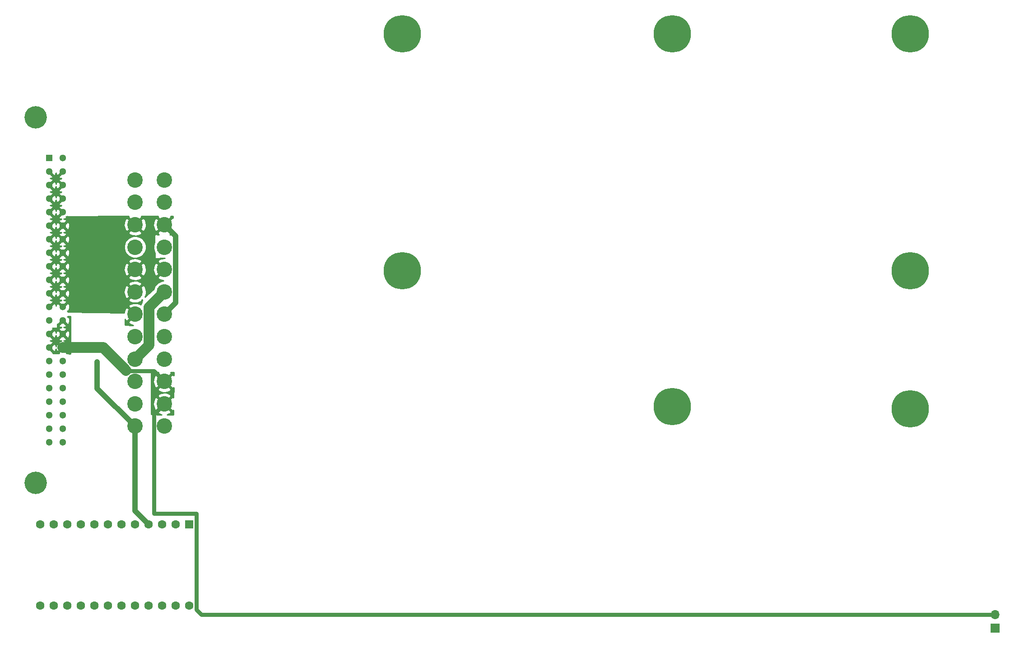
<source format=gbr>
%TF.GenerationSoftware,KiCad,Pcbnew,(5.1.10)-1*%
%TF.CreationDate,2022-08-08T13:21:15-05:00*%
%TF.ProjectId,FM Towns Pico Adapter,464d2054-6f77-46e7-9320-5069636f2041,rev?*%
%TF.SameCoordinates,Original*%
%TF.FileFunction,Copper,L2,Bot*%
%TF.FilePolarity,Positive*%
%FSLAX46Y46*%
G04 Gerber Fmt 4.6, Leading zero omitted, Abs format (unit mm)*
G04 Created by KiCad (PCBNEW (5.1.10)-1) date 2022-08-08 13:21:15*
%MOMM*%
%LPD*%
G01*
G04 APERTURE LIST*
%TA.AperFunction,ComponentPad*%
%ADD10C,7.000000*%
%TD*%
%TA.AperFunction,ComponentPad*%
%ADD11C,0.800000*%
%TD*%
%TA.AperFunction,ComponentPad*%
%ADD12C,1.600000*%
%TD*%
%TA.AperFunction,ComponentPad*%
%ADD13R,1.600000X1.600000*%
%TD*%
%TA.AperFunction,ComponentPad*%
%ADD14O,1.700000X1.700000*%
%TD*%
%TA.AperFunction,ComponentPad*%
%ADD15R,1.700000X1.700000*%
%TD*%
%TA.AperFunction,ComponentPad*%
%ADD16C,2.900000*%
%TD*%
%TA.AperFunction,ComponentPad*%
%ADD17C,4.200000*%
%TD*%
%TA.AperFunction,ComponentPad*%
%ADD18C,1.300000*%
%TD*%
%TA.AperFunction,ComponentPad*%
%ADD19R,1.300000X1.300000*%
%TD*%
%TA.AperFunction,ViaPad*%
%ADD20C,0.800000*%
%TD*%
%TA.AperFunction,Conductor*%
%ADD21C,1.000000*%
%TD*%
%TA.AperFunction,Conductor*%
%ADD22C,2.000000*%
%TD*%
%TA.AperFunction,Conductor*%
%ADD23C,0.750000*%
%TD*%
%TA.AperFunction,Conductor*%
%ADD24C,0.254000*%
%TD*%
%TA.AperFunction,Conductor*%
%ADD25C,0.100000*%
%TD*%
G04 APERTURE END LIST*
D10*
%TO.P,PAD1,1*%
%TO.N,N/C*%
X112985600Y-48575100D03*
D11*
X112985600Y-45950100D03*
X114841755Y-46718945D03*
X115610600Y-48575100D03*
X114841755Y-50431255D03*
X112985600Y-51200100D03*
X111129445Y-50431255D03*
X110360600Y-48575100D03*
X111129445Y-46718945D03*
%TD*%
D10*
%TO.P,PAD1,1*%
%TO.N,N/C*%
X208235600Y-93025100D03*
D11*
X208235600Y-90400100D03*
X210091755Y-91168945D03*
X210860600Y-93025100D03*
X210091755Y-94881255D03*
X208235600Y-95650100D03*
X206379445Y-94881255D03*
X205610600Y-93025100D03*
X206379445Y-91168945D03*
%TD*%
%TO.P,PAD1,1*%
%TO.N,N/C*%
X111129445Y-91168945D03*
X110360600Y-93025100D03*
X111129445Y-94881255D03*
X112985600Y-95650100D03*
X114841755Y-94881255D03*
X115610600Y-93025100D03*
X114841755Y-91168945D03*
X112985600Y-90400100D03*
D10*
X112985600Y-93025100D03*
%TD*%
%TO.P,PAD2,1*%
%TO.N,N/C*%
X163595100Y-118488600D03*
D11*
X163595100Y-115863600D03*
X165451255Y-116632445D03*
X166220100Y-118488600D03*
X165451255Y-120344755D03*
X163595100Y-121113600D03*
X161738945Y-120344755D03*
X160970100Y-118488600D03*
X161738945Y-116632445D03*
%TD*%
D10*
%TO.P,PAD1,1*%
%TO.N,N/C*%
X208235600Y-118933100D03*
D11*
X208235600Y-116308100D03*
X210091755Y-117076945D03*
X210860600Y-118933100D03*
X210091755Y-120789255D03*
X208235600Y-121558100D03*
X206379445Y-120789255D03*
X205610600Y-118933100D03*
X206379445Y-117076945D03*
%TD*%
D10*
%TO.P,PAD3,1*%
%TO.N,N/C*%
X163595100Y-48575100D03*
D11*
X163595100Y-45950100D03*
X165451255Y-46718945D03*
X166220100Y-48575100D03*
X165451255Y-50431255D03*
X163595100Y-51200100D03*
X161738945Y-50431255D03*
X160970100Y-48575100D03*
X161738945Y-46718945D03*
%TD*%
D10*
%TO.P,PAD4,1*%
%TO.N,N/C*%
X208235600Y-48575100D03*
D11*
X208235600Y-45950100D03*
X210091755Y-46718945D03*
X210860600Y-48575100D03*
X210091755Y-50431255D03*
X208235600Y-51200100D03*
X206379445Y-50431255D03*
X205610600Y-48575100D03*
X206379445Y-46718945D03*
%TD*%
D12*
%TO.P,U1,24*%
%TO.N,/5V_STBY*%
X72993160Y-155795960D03*
%TO.P,U1,23*%
%TO.N,GND*%
X70453160Y-155795960D03*
%TO.P,U1,22*%
%TO.N,Net-(U1-Pad22)*%
X67913160Y-155795960D03*
%TO.P,U1,21*%
%TO.N,Net-(U1-Pad21)*%
X65373160Y-155795960D03*
%TO.P,U1,20*%
%TO.N,Net-(U1-Pad20)*%
X62833160Y-155795960D03*
%TO.P,U1,19*%
%TO.N,Net-(U1-Pad19)*%
X60293160Y-155795960D03*
%TO.P,U1,18*%
%TO.N,Net-(U1-Pad18)*%
X57753160Y-155795960D03*
%TO.P,U1,17*%
%TO.N,Net-(U1-Pad17)*%
X55213160Y-155795960D03*
%TO.P,U1,16*%
%TO.N,Net-(U1-Pad16)*%
X52673160Y-155795960D03*
%TO.P,U1,15*%
%TO.N,Net-(U1-Pad15)*%
X50133160Y-155795960D03*
%TO.P,U1,14*%
%TO.N,Net-(U1-Pad14)*%
X47593160Y-155795960D03*
%TO.P,U1,13*%
%TO.N,Net-(U1-Pad13)*%
X45053160Y-155795960D03*
%TO.P,U1,12*%
%TO.N,Net-(U1-Pad12)*%
X45053160Y-140555960D03*
%TO.P,U1,11*%
%TO.N,Net-(U1-Pad11)*%
X47593160Y-140555960D03*
%TO.P,U1,10*%
%TO.N,Net-(U1-Pad10)*%
X50133160Y-140555960D03*
%TO.P,U1,9*%
%TO.N,/FM_PS_ON_N*%
X52673160Y-140555960D03*
%TO.P,U1,8*%
%TO.N,Net-(U1-Pad8)*%
X55213160Y-140555960D03*
%TO.P,U1,7*%
%TO.N,/FM_PS_OFF_N*%
X57753160Y-140555960D03*
%TO.P,U1,6*%
%TO.N,/PS_ON*%
X60293160Y-140555960D03*
%TO.P,U1,5*%
%TO.N,Net-(U1-Pad5)*%
X62833160Y-140555960D03*
%TO.P,U1,4*%
%TO.N,GND*%
X65373160Y-140555960D03*
%TO.P,U1,3*%
X67913160Y-140555960D03*
%TO.P,U1,2*%
%TO.N,Net-(U1-Pad2)*%
X70453160Y-140555960D03*
D13*
%TO.P,U1,1*%
%TO.N,Net-(U1-Pad1)*%
X72993160Y-140555960D03*
%TD*%
D14*
%TO.P,STOCK_FAN,2*%
%TO.N,+12V*%
X224140000Y-157510000D03*
D15*
%TO.P,STOCK_FAN,1*%
%TO.N,GND*%
X224140000Y-160050000D03*
%TD*%
D16*
%TO.P,J1,24*%
%TO.N,GND*%
X62857140Y-122170600D03*
%TO.P,J1,23*%
%TO.N,+5V*%
X62857140Y-117970600D03*
%TO.P,J1,22*%
X62857140Y-113770600D03*
%TO.P,J1,21*%
X62857140Y-109570600D03*
%TO.P,J1,20*%
%TO.N,Net-(J1-Pad20)*%
X62857140Y-105370600D03*
%TO.P,J1,19*%
%TO.N,GND*%
X62857140Y-101170600D03*
%TO.P,J1,18*%
X62857140Y-96970600D03*
%TO.P,J1,17*%
X62857140Y-92770600D03*
%TO.P,J1,16*%
%TO.N,/PS_ON*%
X62857140Y-88570600D03*
%TO.P,J1,15*%
%TO.N,GND*%
X62857140Y-84370600D03*
%TO.P,J1,14*%
%TO.N,-12V*%
X62857140Y-80170600D03*
%TO.P,J1,13*%
%TO.N,Net-(J1-Pad13)*%
X62857140Y-75970600D03*
%TO.P,J1,12*%
%TO.N,Net-(J1-Pad12)*%
X68357140Y-122170600D03*
%TO.P,J1,11*%
%TO.N,+12V*%
X68357140Y-117970600D03*
%TO.P,J1,10*%
X68357140Y-113770600D03*
%TO.P,J1,9*%
%TO.N,/5V_STBY*%
X68357140Y-109570600D03*
%TO.P,J1,8*%
%TO.N,Net-(J1-Pad8)*%
X68357140Y-105370600D03*
%TO.P,J1,7*%
%TO.N,GND*%
X68357140Y-101170600D03*
%TO.P,J1,6*%
%TO.N,+5V*%
X68357140Y-96970600D03*
%TO.P,J1,5*%
%TO.N,GND*%
X68357140Y-92770600D03*
%TO.P,J1,4*%
%TO.N,+5V*%
X68357140Y-88570600D03*
%TO.P,J1,3*%
%TO.N,GND*%
X68357140Y-84370600D03*
%TO.P,J1,2*%
%TO.N,Net-(J1-Pad2)*%
X68357140Y-80170600D03*
%TO.P,J1,1*%
%TO.N,Net-(J1-Pad1)*%
X68357140Y-75970600D03*
%TD*%
D17*
%TO.P,J2,MH2*%
%TO.N,Net-(J2-PadMH2)*%
X44196000Y-132842000D03*
%TO.P,J2,MH1*%
%TO.N,Net-(J2-PadMH1)*%
X44196000Y-64262000D03*
D18*
%TO.P,J2,B22*%
%TO.N,+5V*%
X49276000Y-125222000D03*
%TO.P,J2,B21*%
X49276000Y-122682000D03*
%TO.P,J2,B20*%
X49276000Y-120142000D03*
%TO.P,J2,B19*%
X49276000Y-117602000D03*
%TO.P,J2,B18*%
X49276000Y-115062000D03*
%TO.P,J2,B17*%
X49276000Y-112522000D03*
%TO.P,J2,B16*%
X49276000Y-109982000D03*
%TO.P,J2,B15*%
%TO.N,+12V*%
X49276000Y-107442000D03*
%TO.P,J2,B14*%
X49276000Y-104902000D03*
%TO.P,J2,B13*%
X49276000Y-102362000D03*
%TO.P,J2,B12*%
%TO.N,GND*%
X49276000Y-99822000D03*
%TO.P,J2,B11*%
X49276000Y-97282000D03*
%TO.P,J2,B10*%
X49276000Y-94742000D03*
%TO.P,J2,B9*%
X49276000Y-92202000D03*
%TO.P,J2,B8*%
X49276000Y-89662000D03*
%TO.P,J2,B7*%
X49276000Y-87122000D03*
%TO.P,J2,B6*%
X49276000Y-84582000D03*
%TO.P,J2,B5*%
X49276000Y-82042000D03*
%TO.P,J2,B4*%
X49276000Y-79502000D03*
%TO.P,J2,B3*%
X49276000Y-76962000D03*
%TO.P,J2,B2*%
X49276000Y-74422000D03*
%TO.P,J2,B1*%
%TO.N,/FM_PS_ON_N*%
X49276000Y-71882000D03*
%TO.P,J2,A22*%
%TO.N,+5V*%
X46736000Y-125222000D03*
%TO.P,J2,A21*%
X46736000Y-122682000D03*
%TO.P,J2,A20*%
X46736000Y-120142000D03*
%TO.P,J2,A19*%
X46736000Y-117602000D03*
%TO.P,J2,A18*%
X46736000Y-115062000D03*
%TO.P,J2,A17*%
X46736000Y-112522000D03*
%TO.P,J2,A16*%
X46736000Y-109982000D03*
%TO.P,J2,A15*%
%TO.N,+12V*%
X46736000Y-107442000D03*
%TO.P,J2,A14*%
X46736000Y-104902000D03*
%TO.P,J2,A13*%
%TO.N,-12V*%
X46736000Y-102362000D03*
%TO.P,J2,A12*%
%TO.N,GND*%
X46736000Y-99822000D03*
%TO.P,J2,A11*%
X46736000Y-97282000D03*
%TO.P,J2,A10*%
X46736000Y-94742000D03*
%TO.P,J2,A9*%
X46736000Y-92202000D03*
%TO.P,J2,A8*%
X46736000Y-89662000D03*
%TO.P,J2,A7*%
X46736000Y-87122000D03*
%TO.P,J2,A6*%
X46736000Y-84582000D03*
%TO.P,J2,A5*%
X46736000Y-82042000D03*
%TO.P,J2,A4*%
X46736000Y-79502000D03*
%TO.P,J2,A3*%
X46736000Y-76962000D03*
%TO.P,J2,A2*%
X46736000Y-74422000D03*
D19*
%TO.P,J2,A1*%
%TO.N,/FM_PS_OFF_N*%
X46736000Y-71882000D03*
%TD*%
D20*
%TO.N,GND*%
X55758080Y-110088680D03*
%TD*%
D21*
%TO.N,GND*%
X70459541Y-86473001D02*
X68357140Y-84370600D01*
X70459541Y-99068199D02*
X70459541Y-86473001D01*
X68357140Y-101170600D02*
X70459541Y-99068199D01*
X62857140Y-138039940D02*
X65373160Y-140555960D01*
X62857140Y-122170600D02*
X62857140Y-138039940D01*
X62857140Y-122170600D02*
X55758080Y-115071540D01*
X55758080Y-115071540D02*
X55758080Y-110088680D01*
X55758080Y-110088680D02*
X55758080Y-110088680D01*
D22*
%TO.N,+5V*%
X65459541Y-99868199D02*
X68357140Y-96970600D01*
X65459541Y-106968199D02*
X65459541Y-99868199D01*
X62857140Y-109570600D02*
X65459541Y-106968199D01*
D23*
%TO.N,+12V*%
X66379739Y-119948001D02*
X66379739Y-138500499D01*
X68357140Y-117970600D02*
X66379739Y-119948001D01*
X66379739Y-138500499D02*
X66426080Y-138546840D01*
X224140000Y-157510000D02*
X75269880Y-157510000D01*
X74325480Y-156565600D02*
X74325480Y-138546840D01*
X75269880Y-157510000D02*
X74325480Y-156565600D01*
X66426080Y-138546840D02*
X74325480Y-138546840D01*
X66379739Y-111793199D02*
X61953319Y-111793199D01*
X68357140Y-113770600D02*
X66379739Y-111793199D01*
X61953319Y-111793199D02*
X61518800Y-111358680D01*
D22*
X56876986Y-107442000D02*
X61156233Y-111721247D01*
X49276000Y-107442000D02*
X56876986Y-107442000D01*
%TD*%
D24*
%TO.N,+12V*%
X50749200Y-108567045D02*
X49930047Y-108549722D01*
X49981922Y-108327527D01*
X49276000Y-107621605D01*
X48570078Y-108327527D01*
X48615463Y-108521921D01*
X47402526Y-108496270D01*
X47441922Y-108327527D01*
X46736000Y-107621605D01*
X46721858Y-107635748D01*
X46542253Y-107456143D01*
X46556395Y-107442000D01*
X46915605Y-107442000D01*
X47621527Y-108147922D01*
X47850201Y-108094534D01*
X47956095Y-107864626D01*
X48007776Y-107649038D01*
X48026730Y-107768449D01*
X48114422Y-108005896D01*
X48161799Y-108094534D01*
X48390473Y-108147922D01*
X49096395Y-107442000D01*
X49455605Y-107442000D01*
X50161527Y-108147922D01*
X50390201Y-108094534D01*
X50496095Y-107864626D01*
X50555102Y-107618476D01*
X50564952Y-107365545D01*
X50525270Y-107115551D01*
X50437578Y-106878104D01*
X50390201Y-106789466D01*
X50161527Y-106736078D01*
X49455605Y-107442000D01*
X49096395Y-107442000D01*
X48390473Y-106736078D01*
X48161799Y-106789466D01*
X48055905Y-107019374D01*
X48004224Y-107234962D01*
X47985270Y-107115551D01*
X47897578Y-106878104D01*
X47850201Y-106789466D01*
X47621527Y-106736078D01*
X46915605Y-107442000D01*
X46556395Y-107442000D01*
X46542253Y-107427858D01*
X46721858Y-107248253D01*
X46736000Y-107262395D01*
X47441922Y-106556473D01*
X47388534Y-106327799D01*
X47158626Y-106221905D01*
X46943038Y-106170224D01*
X47062449Y-106151270D01*
X47299896Y-106063578D01*
X47388534Y-106016201D01*
X47441922Y-105787527D01*
X48570078Y-105787527D01*
X48623466Y-106016201D01*
X48853374Y-106122095D01*
X49068962Y-106173776D01*
X48949551Y-106192730D01*
X48712104Y-106280422D01*
X48623466Y-106327799D01*
X48570078Y-106556473D01*
X49276000Y-107262395D01*
X49981922Y-106556473D01*
X49928534Y-106327799D01*
X49698626Y-106221905D01*
X49483038Y-106170224D01*
X49602449Y-106151270D01*
X49839896Y-106063578D01*
X49928534Y-106016201D01*
X49981922Y-105787527D01*
X49276000Y-105081605D01*
X48570078Y-105787527D01*
X47441922Y-105787527D01*
X46736000Y-105081605D01*
X46721858Y-105095748D01*
X46542253Y-104916143D01*
X46556395Y-104902000D01*
X46915605Y-104902000D01*
X47621527Y-105607922D01*
X47850201Y-105554534D01*
X47956095Y-105324626D01*
X48007776Y-105109038D01*
X48026730Y-105228449D01*
X48114422Y-105465896D01*
X48161799Y-105554534D01*
X48390473Y-105607922D01*
X49096395Y-104902000D01*
X49455605Y-104902000D01*
X50161527Y-105607922D01*
X50390201Y-105554534D01*
X50496095Y-105324626D01*
X50555102Y-105078476D01*
X50564952Y-104825545D01*
X50525270Y-104575551D01*
X50437578Y-104338104D01*
X50390201Y-104249466D01*
X50161527Y-104196078D01*
X49455605Y-104902000D01*
X49096395Y-104902000D01*
X48390473Y-104196078D01*
X48161799Y-104249466D01*
X48055905Y-104479374D01*
X48004224Y-104694962D01*
X47985270Y-104575551D01*
X47897578Y-104338104D01*
X47850201Y-104249466D01*
X47621527Y-104196078D01*
X46915605Y-104902000D01*
X46556395Y-104902000D01*
X46542253Y-104887858D01*
X46721858Y-104708253D01*
X46736000Y-104722395D01*
X47441922Y-104016473D01*
X47388534Y-103787799D01*
X47348067Y-103769160D01*
X48153320Y-103769160D01*
X48178096Y-103766720D01*
X48201921Y-103759493D01*
X48223877Y-103747757D01*
X48243123Y-103731963D01*
X48258917Y-103712717D01*
X48270653Y-103690761D01*
X48277880Y-103666936D01*
X48280320Y-103642160D01*
X48280320Y-103247527D01*
X48570078Y-103247527D01*
X48623466Y-103476201D01*
X48853374Y-103582095D01*
X49068962Y-103633776D01*
X48949551Y-103652730D01*
X48712104Y-103740422D01*
X48623466Y-103787799D01*
X48570078Y-104016473D01*
X49276000Y-104722395D01*
X49981922Y-104016473D01*
X49928534Y-103787799D01*
X49698626Y-103681905D01*
X49483038Y-103630224D01*
X49602449Y-103611270D01*
X49839896Y-103523578D01*
X49928534Y-103476201D01*
X49981922Y-103247527D01*
X49276000Y-102541605D01*
X48570078Y-103247527D01*
X48280320Y-103247527D01*
X48280320Y-103042205D01*
X48390473Y-103067922D01*
X49096395Y-102362000D01*
X49082253Y-102347858D01*
X49261858Y-102168253D01*
X49276000Y-102182395D01*
X49290143Y-102168253D01*
X49469748Y-102347858D01*
X49455605Y-102362000D01*
X50161527Y-103067922D01*
X50390201Y-103014534D01*
X50496095Y-102784626D01*
X50555102Y-102538476D01*
X50564952Y-102285545D01*
X50525270Y-102035551D01*
X50437578Y-101798104D01*
X50390201Y-101709466D01*
X50161529Y-101656079D01*
X50273488Y-101544120D01*
X50749200Y-101544120D01*
X50749200Y-108567045D01*
%TA.AperFunction,Conductor*%
D25*
G36*
X50749200Y-108567045D02*
G01*
X49930047Y-108549722D01*
X49981922Y-108327527D01*
X49276000Y-107621605D01*
X48570078Y-108327527D01*
X48615463Y-108521921D01*
X47402526Y-108496270D01*
X47441922Y-108327527D01*
X46736000Y-107621605D01*
X46721858Y-107635748D01*
X46542253Y-107456143D01*
X46556395Y-107442000D01*
X46915605Y-107442000D01*
X47621527Y-108147922D01*
X47850201Y-108094534D01*
X47956095Y-107864626D01*
X48007776Y-107649038D01*
X48026730Y-107768449D01*
X48114422Y-108005896D01*
X48161799Y-108094534D01*
X48390473Y-108147922D01*
X49096395Y-107442000D01*
X49455605Y-107442000D01*
X50161527Y-108147922D01*
X50390201Y-108094534D01*
X50496095Y-107864626D01*
X50555102Y-107618476D01*
X50564952Y-107365545D01*
X50525270Y-107115551D01*
X50437578Y-106878104D01*
X50390201Y-106789466D01*
X50161527Y-106736078D01*
X49455605Y-107442000D01*
X49096395Y-107442000D01*
X48390473Y-106736078D01*
X48161799Y-106789466D01*
X48055905Y-107019374D01*
X48004224Y-107234962D01*
X47985270Y-107115551D01*
X47897578Y-106878104D01*
X47850201Y-106789466D01*
X47621527Y-106736078D01*
X46915605Y-107442000D01*
X46556395Y-107442000D01*
X46542253Y-107427858D01*
X46721858Y-107248253D01*
X46736000Y-107262395D01*
X47441922Y-106556473D01*
X47388534Y-106327799D01*
X47158626Y-106221905D01*
X46943038Y-106170224D01*
X47062449Y-106151270D01*
X47299896Y-106063578D01*
X47388534Y-106016201D01*
X47441922Y-105787527D01*
X48570078Y-105787527D01*
X48623466Y-106016201D01*
X48853374Y-106122095D01*
X49068962Y-106173776D01*
X48949551Y-106192730D01*
X48712104Y-106280422D01*
X48623466Y-106327799D01*
X48570078Y-106556473D01*
X49276000Y-107262395D01*
X49981922Y-106556473D01*
X49928534Y-106327799D01*
X49698626Y-106221905D01*
X49483038Y-106170224D01*
X49602449Y-106151270D01*
X49839896Y-106063578D01*
X49928534Y-106016201D01*
X49981922Y-105787527D01*
X49276000Y-105081605D01*
X48570078Y-105787527D01*
X47441922Y-105787527D01*
X46736000Y-105081605D01*
X46721858Y-105095748D01*
X46542253Y-104916143D01*
X46556395Y-104902000D01*
X46915605Y-104902000D01*
X47621527Y-105607922D01*
X47850201Y-105554534D01*
X47956095Y-105324626D01*
X48007776Y-105109038D01*
X48026730Y-105228449D01*
X48114422Y-105465896D01*
X48161799Y-105554534D01*
X48390473Y-105607922D01*
X49096395Y-104902000D01*
X49455605Y-104902000D01*
X50161527Y-105607922D01*
X50390201Y-105554534D01*
X50496095Y-105324626D01*
X50555102Y-105078476D01*
X50564952Y-104825545D01*
X50525270Y-104575551D01*
X50437578Y-104338104D01*
X50390201Y-104249466D01*
X50161527Y-104196078D01*
X49455605Y-104902000D01*
X49096395Y-104902000D01*
X48390473Y-104196078D01*
X48161799Y-104249466D01*
X48055905Y-104479374D01*
X48004224Y-104694962D01*
X47985270Y-104575551D01*
X47897578Y-104338104D01*
X47850201Y-104249466D01*
X47621527Y-104196078D01*
X46915605Y-104902000D01*
X46556395Y-104902000D01*
X46542253Y-104887858D01*
X46721858Y-104708253D01*
X46736000Y-104722395D01*
X47441922Y-104016473D01*
X47388534Y-103787799D01*
X47348067Y-103769160D01*
X48153320Y-103769160D01*
X48178096Y-103766720D01*
X48201921Y-103759493D01*
X48223877Y-103747757D01*
X48243123Y-103731963D01*
X48258917Y-103712717D01*
X48270653Y-103690761D01*
X48277880Y-103666936D01*
X48280320Y-103642160D01*
X48280320Y-103247527D01*
X48570078Y-103247527D01*
X48623466Y-103476201D01*
X48853374Y-103582095D01*
X49068962Y-103633776D01*
X48949551Y-103652730D01*
X48712104Y-103740422D01*
X48623466Y-103787799D01*
X48570078Y-104016473D01*
X49276000Y-104722395D01*
X49981922Y-104016473D01*
X49928534Y-103787799D01*
X49698626Y-103681905D01*
X49483038Y-103630224D01*
X49602449Y-103611270D01*
X49839896Y-103523578D01*
X49928534Y-103476201D01*
X49981922Y-103247527D01*
X49276000Y-102541605D01*
X48570078Y-103247527D01*
X48280320Y-103247527D01*
X48280320Y-103042205D01*
X48390473Y-103067922D01*
X49096395Y-102362000D01*
X49082253Y-102347858D01*
X49261858Y-102168253D01*
X49276000Y-102182395D01*
X49290143Y-102168253D01*
X49469748Y-102347858D01*
X49455605Y-102362000D01*
X50161527Y-103067922D01*
X50390201Y-103014534D01*
X50496095Y-102784626D01*
X50555102Y-102538476D01*
X50564952Y-102285545D01*
X50525270Y-102035551D01*
X50437578Y-101798104D01*
X50390201Y-101709466D01*
X50161529Y-101656079D01*
X50273488Y-101544120D01*
X50749200Y-101544120D01*
X50749200Y-108567045D01*
G37*
%TD.AperFunction*%
%TD*%
D24*
%TO.N,+12V*%
X67217176Y-112032073D02*
X67080693Y-112314548D01*
X68357140Y-113590995D01*
X69633587Y-112314548D01*
X69510848Y-112060517D01*
X70137763Y-112068292D01*
X70129418Y-112654971D01*
X70123633Y-112644148D01*
X69813192Y-112494153D01*
X68536745Y-113770600D01*
X69813192Y-115047047D01*
X70097347Y-114909753D01*
X70070200Y-116818331D01*
X69813192Y-116694153D01*
X68536745Y-117970600D01*
X69813192Y-119247047D01*
X70037194Y-119138817D01*
X70024885Y-120004172D01*
X68871431Y-119996049D01*
X69200102Y-119888621D01*
X69483592Y-119737093D01*
X69633587Y-119426652D01*
X68357140Y-118150205D01*
X67080693Y-119426652D01*
X67230688Y-119737093D01*
X67596959Y-119922911D01*
X67831907Y-119988729D01*
X65917613Y-119975248D01*
X65910341Y-118015401D01*
X66262531Y-118015401D01*
X66311519Y-118423177D01*
X66439119Y-118813562D01*
X66590647Y-119097052D01*
X66901088Y-119247047D01*
X68177535Y-117970600D01*
X66901088Y-116694153D01*
X66590647Y-116844148D01*
X66404829Y-117210419D01*
X66294039Y-117605903D01*
X66262531Y-118015401D01*
X65910341Y-118015401D01*
X65904773Y-116514548D01*
X67080693Y-116514548D01*
X68357140Y-117790995D01*
X69633587Y-116514548D01*
X69483592Y-116204107D01*
X69117321Y-116018289D01*
X68721837Y-115907499D01*
X68312339Y-115875991D01*
X67904563Y-115924979D01*
X67514178Y-116052579D01*
X67230688Y-116204107D01*
X67080693Y-116514548D01*
X65904773Y-116514548D01*
X65899994Y-115226652D01*
X67080693Y-115226652D01*
X67230688Y-115537093D01*
X67596959Y-115722911D01*
X67992443Y-115833701D01*
X68401941Y-115865209D01*
X68809717Y-115816221D01*
X69200102Y-115688621D01*
X69483592Y-115537093D01*
X69633587Y-115226652D01*
X68357140Y-113950205D01*
X67080693Y-115226652D01*
X65899994Y-115226652D01*
X65894757Y-113815401D01*
X66262531Y-113815401D01*
X66311519Y-114223177D01*
X66439119Y-114613562D01*
X66590647Y-114897052D01*
X66901088Y-115047047D01*
X68177535Y-113770600D01*
X66901088Y-112494153D01*
X66590647Y-112644148D01*
X66404829Y-113010419D01*
X66294039Y-113405903D01*
X66262531Y-113815401D01*
X65894757Y-113815401D01*
X65888078Y-112015590D01*
X67217176Y-112032073D01*
%TA.AperFunction,Conductor*%
D25*
G36*
X67217176Y-112032073D02*
G01*
X67080693Y-112314548D01*
X68357140Y-113590995D01*
X69633587Y-112314548D01*
X69510848Y-112060517D01*
X70137763Y-112068292D01*
X70129418Y-112654971D01*
X70123633Y-112644148D01*
X69813192Y-112494153D01*
X68536745Y-113770600D01*
X69813192Y-115047047D01*
X70097347Y-114909753D01*
X70070200Y-116818331D01*
X69813192Y-116694153D01*
X68536745Y-117970600D01*
X69813192Y-119247047D01*
X70037194Y-119138817D01*
X70024885Y-120004172D01*
X68871431Y-119996049D01*
X69200102Y-119888621D01*
X69483592Y-119737093D01*
X69633587Y-119426652D01*
X68357140Y-118150205D01*
X67080693Y-119426652D01*
X67230688Y-119737093D01*
X67596959Y-119922911D01*
X67831907Y-119988729D01*
X65917613Y-119975248D01*
X65910341Y-118015401D01*
X66262531Y-118015401D01*
X66311519Y-118423177D01*
X66439119Y-118813562D01*
X66590647Y-119097052D01*
X66901088Y-119247047D01*
X68177535Y-117970600D01*
X66901088Y-116694153D01*
X66590647Y-116844148D01*
X66404829Y-117210419D01*
X66294039Y-117605903D01*
X66262531Y-118015401D01*
X65910341Y-118015401D01*
X65904773Y-116514548D01*
X67080693Y-116514548D01*
X68357140Y-117790995D01*
X69633587Y-116514548D01*
X69483592Y-116204107D01*
X69117321Y-116018289D01*
X68721837Y-115907499D01*
X68312339Y-115875991D01*
X67904563Y-115924979D01*
X67514178Y-116052579D01*
X67230688Y-116204107D01*
X67080693Y-116514548D01*
X65904773Y-116514548D01*
X65899994Y-115226652D01*
X67080693Y-115226652D01*
X67230688Y-115537093D01*
X67596959Y-115722911D01*
X67992443Y-115833701D01*
X68401941Y-115865209D01*
X68809717Y-115816221D01*
X69200102Y-115688621D01*
X69483592Y-115537093D01*
X69633587Y-115226652D01*
X68357140Y-113950205D01*
X67080693Y-115226652D01*
X65899994Y-115226652D01*
X65894757Y-113815401D01*
X66262531Y-113815401D01*
X66311519Y-114223177D01*
X66439119Y-114613562D01*
X66590647Y-114897052D01*
X66901088Y-115047047D01*
X68177535Y-113770600D01*
X66901088Y-112494153D01*
X66590647Y-112644148D01*
X66404829Y-113010419D01*
X66294039Y-113405903D01*
X66262531Y-113815401D01*
X65894757Y-113815401D01*
X65888078Y-112015590D01*
X67217176Y-112032073D01*
G37*
%TD.AperFunction*%
%TD*%
D24*
%TO.N,GND*%
X69923258Y-83147333D02*
X69813192Y-83094153D01*
X68536745Y-84370600D01*
X69813192Y-85647047D01*
X69933278Y-85589025D01*
X69935835Y-86212111D01*
X69348137Y-86209495D01*
X69483592Y-86137093D01*
X69633587Y-85826652D01*
X68357140Y-84550205D01*
X67080693Y-85826652D01*
X67230688Y-86137093D01*
X67355923Y-86200628D01*
X66640005Y-86197441D01*
X66615218Y-86199771D01*
X66591362Y-86206892D01*
X66569353Y-86218530D01*
X66550038Y-86234239D01*
X66534158Y-86253413D01*
X66522325Y-86275317D01*
X66514992Y-86299109D01*
X66512441Y-86325049D01*
X66518410Y-87569553D01*
X66509437Y-87582982D01*
X66352266Y-87962428D01*
X66272140Y-88365245D01*
X66272140Y-88775955D01*
X66352266Y-89178772D01*
X66509437Y-89558218D01*
X66528082Y-89586122D01*
X66532761Y-90561769D01*
X66535321Y-90586534D01*
X66542662Y-90610323D01*
X66554503Y-90632223D01*
X66570389Y-90651392D01*
X66589710Y-90667094D01*
X66611723Y-90678724D01*
X66635581Y-90685837D01*
X66662344Y-90688134D01*
X68261157Y-90655600D01*
X68366045Y-90655600D01*
X68399540Y-90682701D01*
X68312339Y-90675991D01*
X67904563Y-90724979D01*
X67514178Y-90852579D01*
X67230688Y-91004107D01*
X67080693Y-91314548D01*
X68357140Y-92590995D01*
X68371283Y-92576853D01*
X68550888Y-92756458D01*
X68536745Y-92770600D01*
X68550888Y-92784743D01*
X68371283Y-92964348D01*
X68357140Y-92950205D01*
X67080693Y-94226652D01*
X67230688Y-94537093D01*
X67596959Y-94722911D01*
X67992443Y-94833701D01*
X68171823Y-94847503D01*
X68122587Y-94891408D01*
X67748968Y-94965726D01*
X67369522Y-95122897D01*
X67028030Y-95351075D01*
X66737615Y-95641490D01*
X66509437Y-95982982D01*
X66352266Y-96362428D01*
X66326251Y-96493214D01*
X64702936Y-97940736D01*
X64809451Y-97730781D01*
X64920241Y-97335297D01*
X64951749Y-96925799D01*
X64902761Y-96518023D01*
X64775161Y-96127638D01*
X64623633Y-95844148D01*
X64313192Y-95694153D01*
X63036745Y-96970600D01*
X63050888Y-96984743D01*
X62871283Y-97164348D01*
X62857140Y-97150205D01*
X61580693Y-98426652D01*
X61730688Y-98737093D01*
X62096959Y-98922911D01*
X62492443Y-99033701D01*
X62901941Y-99065209D01*
X63309717Y-99016221D01*
X63700102Y-98888621D01*
X63983592Y-98737093D01*
X64133586Y-98426654D01*
X64159825Y-98452893D01*
X64159380Y-98454105D01*
X64155332Y-98484246D01*
X64149899Y-98886738D01*
X64093511Y-98955447D01*
X63941689Y-99239485D01*
X63904001Y-99363728D01*
X63617321Y-99218289D01*
X63221837Y-99107499D01*
X62812339Y-99075991D01*
X62404563Y-99124979D01*
X62014178Y-99252579D01*
X61730688Y-99404107D01*
X61580693Y-99714548D01*
X62857140Y-100990995D01*
X62871283Y-100976853D01*
X63050888Y-101156458D01*
X63036745Y-101170600D01*
X63050888Y-101184743D01*
X62871283Y-101364348D01*
X62857140Y-101350205D01*
X61580693Y-102626652D01*
X61730688Y-102937093D01*
X62096959Y-103122911D01*
X62488141Y-103232496D01*
X61017703Y-103216757D01*
X60988532Y-102106007D01*
X61090647Y-102297052D01*
X61401088Y-102447047D01*
X62677535Y-101170600D01*
X61401088Y-99894153D01*
X61090647Y-100044148D01*
X60955927Y-100309698D01*
X60984221Y-97897943D01*
X61090647Y-98097052D01*
X61401088Y-98247047D01*
X62677535Y-96970600D01*
X61401088Y-95694153D01*
X61090647Y-95844148D01*
X61006367Y-96010274D01*
X61012182Y-95514548D01*
X61580693Y-95514548D01*
X62857140Y-96790995D01*
X64133587Y-95514548D01*
X63983592Y-95204107D01*
X63617321Y-95018289D01*
X63221837Y-94907499D01*
X62812339Y-94875991D01*
X62404563Y-94924979D01*
X62014178Y-95052579D01*
X61730688Y-95204107D01*
X61580693Y-95514548D01*
X61012182Y-95514548D01*
X61027292Y-94226652D01*
X61580693Y-94226652D01*
X61730688Y-94537093D01*
X62096959Y-94722911D01*
X62492443Y-94833701D01*
X62901941Y-94865209D01*
X63309717Y-94816221D01*
X63700102Y-94688621D01*
X63983592Y-94537093D01*
X64133587Y-94226652D01*
X62857140Y-92950205D01*
X61580693Y-94226652D01*
X61027292Y-94226652D01*
X61032437Y-93788148D01*
X61090647Y-93897052D01*
X61401088Y-94047047D01*
X62677535Y-92770600D01*
X63036745Y-92770600D01*
X64313192Y-94047047D01*
X64623633Y-93897052D01*
X64809451Y-93530781D01*
X64920241Y-93135297D01*
X64944854Y-92815401D01*
X66262531Y-92815401D01*
X66311519Y-93223177D01*
X66439119Y-93613562D01*
X66590647Y-93897052D01*
X66901088Y-94047047D01*
X68177535Y-92770600D01*
X66901088Y-91494153D01*
X66590647Y-91644148D01*
X66404829Y-92010419D01*
X66294039Y-92405903D01*
X66262531Y-92815401D01*
X64944854Y-92815401D01*
X64951749Y-92725799D01*
X64902761Y-92318023D01*
X64775161Y-91927638D01*
X64623633Y-91644148D01*
X64313192Y-91494153D01*
X63036745Y-92770600D01*
X62677535Y-92770600D01*
X61401088Y-91494153D01*
X61090647Y-91644148D01*
X61056807Y-91710850D01*
X61061456Y-91314548D01*
X61580693Y-91314548D01*
X62857140Y-92590995D01*
X64133587Y-91314548D01*
X63983592Y-91004107D01*
X63617321Y-90818289D01*
X63221837Y-90707499D01*
X62812339Y-90675991D01*
X62404563Y-90724979D01*
X62014178Y-90852579D01*
X61730688Y-91004107D01*
X61580693Y-91314548D01*
X61061456Y-91314548D01*
X61080809Y-89665033D01*
X61237615Y-89899710D01*
X61528030Y-90190125D01*
X61869522Y-90418303D01*
X62248968Y-90575474D01*
X62651785Y-90655600D01*
X63062495Y-90655600D01*
X63465312Y-90575474D01*
X63844758Y-90418303D01*
X64186250Y-90190125D01*
X64476665Y-89899710D01*
X64704843Y-89558218D01*
X64862014Y-89178772D01*
X64942140Y-88775955D01*
X64942140Y-88365245D01*
X64862014Y-87962428D01*
X64704843Y-87582982D01*
X64476665Y-87241490D01*
X64186250Y-86951075D01*
X63844758Y-86722897D01*
X63465312Y-86565726D01*
X63062495Y-86485600D01*
X62651785Y-86485600D01*
X62248968Y-86565726D01*
X61869522Y-86722897D01*
X61528030Y-86951075D01*
X61237615Y-87241490D01*
X61106947Y-87437048D01*
X61125840Y-85826652D01*
X61580693Y-85826652D01*
X61730688Y-86137093D01*
X62096959Y-86322911D01*
X62492443Y-86433701D01*
X62901941Y-86465209D01*
X63309717Y-86416221D01*
X63700102Y-86288621D01*
X63983592Y-86137093D01*
X64133587Y-85826652D01*
X62857140Y-84550205D01*
X61580693Y-85826652D01*
X61125840Y-85826652D01*
X61129487Y-85515818D01*
X61401088Y-85647047D01*
X62677535Y-84370600D01*
X63036745Y-84370600D01*
X64313192Y-85647047D01*
X64623633Y-85497052D01*
X64809451Y-85130781D01*
X64920241Y-84735297D01*
X64944854Y-84415401D01*
X66262531Y-84415401D01*
X66311519Y-84823177D01*
X66439119Y-85213562D01*
X66590647Y-85497052D01*
X66901088Y-85647047D01*
X68177535Y-84370600D01*
X66901088Y-83094153D01*
X66590647Y-83244148D01*
X66404829Y-83610419D01*
X66294039Y-84005903D01*
X66262531Y-84415401D01*
X64944854Y-84415401D01*
X64951749Y-84325799D01*
X64902761Y-83918023D01*
X64775161Y-83527638D01*
X64623633Y-83244148D01*
X64313192Y-83094153D01*
X63036745Y-84370600D01*
X62677535Y-84370600D01*
X61401088Y-83094153D01*
X61156511Y-83212325D01*
X61161721Y-82768228D01*
X61651790Y-82767399D01*
X61580693Y-82914548D01*
X62857140Y-84190995D01*
X64133587Y-82914548D01*
X64060521Y-82763326D01*
X67156288Y-82758091D01*
X67080693Y-82914548D01*
X68357140Y-84190995D01*
X69633587Y-82914548D01*
X69556031Y-82754032D01*
X69921641Y-82753414D01*
X69923258Y-83147333D01*
%TA.AperFunction,Conductor*%
D25*
G36*
X69923258Y-83147333D02*
G01*
X69813192Y-83094153D01*
X68536745Y-84370600D01*
X69813192Y-85647047D01*
X69933278Y-85589025D01*
X69935835Y-86212111D01*
X69348137Y-86209495D01*
X69483592Y-86137093D01*
X69633587Y-85826652D01*
X68357140Y-84550205D01*
X67080693Y-85826652D01*
X67230688Y-86137093D01*
X67355923Y-86200628D01*
X66640005Y-86197441D01*
X66615218Y-86199771D01*
X66591362Y-86206892D01*
X66569353Y-86218530D01*
X66550038Y-86234239D01*
X66534158Y-86253413D01*
X66522325Y-86275317D01*
X66514992Y-86299109D01*
X66512441Y-86325049D01*
X66518410Y-87569553D01*
X66509437Y-87582982D01*
X66352266Y-87962428D01*
X66272140Y-88365245D01*
X66272140Y-88775955D01*
X66352266Y-89178772D01*
X66509437Y-89558218D01*
X66528082Y-89586122D01*
X66532761Y-90561769D01*
X66535321Y-90586534D01*
X66542662Y-90610323D01*
X66554503Y-90632223D01*
X66570389Y-90651392D01*
X66589710Y-90667094D01*
X66611723Y-90678724D01*
X66635581Y-90685837D01*
X66662344Y-90688134D01*
X68261157Y-90655600D01*
X68366045Y-90655600D01*
X68399540Y-90682701D01*
X68312339Y-90675991D01*
X67904563Y-90724979D01*
X67514178Y-90852579D01*
X67230688Y-91004107D01*
X67080693Y-91314548D01*
X68357140Y-92590995D01*
X68371283Y-92576853D01*
X68550888Y-92756458D01*
X68536745Y-92770600D01*
X68550888Y-92784743D01*
X68371283Y-92964348D01*
X68357140Y-92950205D01*
X67080693Y-94226652D01*
X67230688Y-94537093D01*
X67596959Y-94722911D01*
X67992443Y-94833701D01*
X68171823Y-94847503D01*
X68122587Y-94891408D01*
X67748968Y-94965726D01*
X67369522Y-95122897D01*
X67028030Y-95351075D01*
X66737615Y-95641490D01*
X66509437Y-95982982D01*
X66352266Y-96362428D01*
X66326251Y-96493214D01*
X64702936Y-97940736D01*
X64809451Y-97730781D01*
X64920241Y-97335297D01*
X64951749Y-96925799D01*
X64902761Y-96518023D01*
X64775161Y-96127638D01*
X64623633Y-95844148D01*
X64313192Y-95694153D01*
X63036745Y-96970600D01*
X63050888Y-96984743D01*
X62871283Y-97164348D01*
X62857140Y-97150205D01*
X61580693Y-98426652D01*
X61730688Y-98737093D01*
X62096959Y-98922911D01*
X62492443Y-99033701D01*
X62901941Y-99065209D01*
X63309717Y-99016221D01*
X63700102Y-98888621D01*
X63983592Y-98737093D01*
X64133586Y-98426654D01*
X64159825Y-98452893D01*
X64159380Y-98454105D01*
X64155332Y-98484246D01*
X64149899Y-98886738D01*
X64093511Y-98955447D01*
X63941689Y-99239485D01*
X63904001Y-99363728D01*
X63617321Y-99218289D01*
X63221837Y-99107499D01*
X62812339Y-99075991D01*
X62404563Y-99124979D01*
X62014178Y-99252579D01*
X61730688Y-99404107D01*
X61580693Y-99714548D01*
X62857140Y-100990995D01*
X62871283Y-100976853D01*
X63050888Y-101156458D01*
X63036745Y-101170600D01*
X63050888Y-101184743D01*
X62871283Y-101364348D01*
X62857140Y-101350205D01*
X61580693Y-102626652D01*
X61730688Y-102937093D01*
X62096959Y-103122911D01*
X62488141Y-103232496D01*
X61017703Y-103216757D01*
X60988532Y-102106007D01*
X61090647Y-102297052D01*
X61401088Y-102447047D01*
X62677535Y-101170600D01*
X61401088Y-99894153D01*
X61090647Y-100044148D01*
X60955927Y-100309698D01*
X60984221Y-97897943D01*
X61090647Y-98097052D01*
X61401088Y-98247047D01*
X62677535Y-96970600D01*
X61401088Y-95694153D01*
X61090647Y-95844148D01*
X61006367Y-96010274D01*
X61012182Y-95514548D01*
X61580693Y-95514548D01*
X62857140Y-96790995D01*
X64133587Y-95514548D01*
X63983592Y-95204107D01*
X63617321Y-95018289D01*
X63221837Y-94907499D01*
X62812339Y-94875991D01*
X62404563Y-94924979D01*
X62014178Y-95052579D01*
X61730688Y-95204107D01*
X61580693Y-95514548D01*
X61012182Y-95514548D01*
X61027292Y-94226652D01*
X61580693Y-94226652D01*
X61730688Y-94537093D01*
X62096959Y-94722911D01*
X62492443Y-94833701D01*
X62901941Y-94865209D01*
X63309717Y-94816221D01*
X63700102Y-94688621D01*
X63983592Y-94537093D01*
X64133587Y-94226652D01*
X62857140Y-92950205D01*
X61580693Y-94226652D01*
X61027292Y-94226652D01*
X61032437Y-93788148D01*
X61090647Y-93897052D01*
X61401088Y-94047047D01*
X62677535Y-92770600D01*
X63036745Y-92770600D01*
X64313192Y-94047047D01*
X64623633Y-93897052D01*
X64809451Y-93530781D01*
X64920241Y-93135297D01*
X64944854Y-92815401D01*
X66262531Y-92815401D01*
X66311519Y-93223177D01*
X66439119Y-93613562D01*
X66590647Y-93897052D01*
X66901088Y-94047047D01*
X68177535Y-92770600D01*
X66901088Y-91494153D01*
X66590647Y-91644148D01*
X66404829Y-92010419D01*
X66294039Y-92405903D01*
X66262531Y-92815401D01*
X64944854Y-92815401D01*
X64951749Y-92725799D01*
X64902761Y-92318023D01*
X64775161Y-91927638D01*
X64623633Y-91644148D01*
X64313192Y-91494153D01*
X63036745Y-92770600D01*
X62677535Y-92770600D01*
X61401088Y-91494153D01*
X61090647Y-91644148D01*
X61056807Y-91710850D01*
X61061456Y-91314548D01*
X61580693Y-91314548D01*
X62857140Y-92590995D01*
X64133587Y-91314548D01*
X63983592Y-91004107D01*
X63617321Y-90818289D01*
X63221837Y-90707499D01*
X62812339Y-90675991D01*
X62404563Y-90724979D01*
X62014178Y-90852579D01*
X61730688Y-91004107D01*
X61580693Y-91314548D01*
X61061456Y-91314548D01*
X61080809Y-89665033D01*
X61237615Y-89899710D01*
X61528030Y-90190125D01*
X61869522Y-90418303D01*
X62248968Y-90575474D01*
X62651785Y-90655600D01*
X63062495Y-90655600D01*
X63465312Y-90575474D01*
X63844758Y-90418303D01*
X64186250Y-90190125D01*
X64476665Y-89899710D01*
X64704843Y-89558218D01*
X64862014Y-89178772D01*
X64942140Y-88775955D01*
X64942140Y-88365245D01*
X64862014Y-87962428D01*
X64704843Y-87582982D01*
X64476665Y-87241490D01*
X64186250Y-86951075D01*
X63844758Y-86722897D01*
X63465312Y-86565726D01*
X63062495Y-86485600D01*
X62651785Y-86485600D01*
X62248968Y-86565726D01*
X61869522Y-86722897D01*
X61528030Y-86951075D01*
X61237615Y-87241490D01*
X61106947Y-87437048D01*
X61125840Y-85826652D01*
X61580693Y-85826652D01*
X61730688Y-86137093D01*
X62096959Y-86322911D01*
X62492443Y-86433701D01*
X62901941Y-86465209D01*
X63309717Y-86416221D01*
X63700102Y-86288621D01*
X63983592Y-86137093D01*
X64133587Y-85826652D01*
X62857140Y-84550205D01*
X61580693Y-85826652D01*
X61125840Y-85826652D01*
X61129487Y-85515818D01*
X61401088Y-85647047D01*
X62677535Y-84370600D01*
X63036745Y-84370600D01*
X64313192Y-85647047D01*
X64623633Y-85497052D01*
X64809451Y-85130781D01*
X64920241Y-84735297D01*
X64944854Y-84415401D01*
X66262531Y-84415401D01*
X66311519Y-84823177D01*
X66439119Y-85213562D01*
X66590647Y-85497052D01*
X66901088Y-85647047D01*
X68177535Y-84370600D01*
X66901088Y-83094153D01*
X66590647Y-83244148D01*
X66404829Y-83610419D01*
X66294039Y-84005903D01*
X66262531Y-84415401D01*
X64944854Y-84415401D01*
X64951749Y-84325799D01*
X64902761Y-83918023D01*
X64775161Y-83527638D01*
X64623633Y-83244148D01*
X64313192Y-83094153D01*
X63036745Y-84370600D01*
X62677535Y-84370600D01*
X61401088Y-83094153D01*
X61156511Y-83212325D01*
X61161721Y-82768228D01*
X61651790Y-82767399D01*
X61580693Y-82914548D01*
X62857140Y-84190995D01*
X64133587Y-82914548D01*
X64060521Y-82763326D01*
X67156288Y-82758091D01*
X67080693Y-82914548D01*
X68357140Y-84190995D01*
X69633587Y-82914548D01*
X69556031Y-82754032D01*
X69921641Y-82753414D01*
X69923258Y-83147333D01*
G37*
%TD.AperFunction*%
%TD*%
D24*
%TO.N,GND*%
X50175105Y-100541497D02*
X50161529Y-100527921D01*
X50175102Y-100524753D01*
X50175105Y-100541497D01*
%TA.AperFunction,Conductor*%
D25*
G36*
X50175105Y-100541497D02*
G01*
X50161529Y-100527921D01*
X50175102Y-100524753D01*
X50175105Y-100541497D01*
G37*
%TD.AperFunction*%
D24*
X49469748Y-74407858D02*
X49455605Y-74422000D01*
X49469748Y-74436143D01*
X49290143Y-74615748D01*
X49276000Y-74601605D01*
X48570078Y-75307527D01*
X48623466Y-75536201D01*
X48853374Y-75642095D01*
X49068962Y-75693776D01*
X48949551Y-75712730D01*
X48712104Y-75800422D01*
X48623466Y-75847799D01*
X48570078Y-76076473D01*
X49276000Y-76782395D01*
X49290143Y-76768253D01*
X49469748Y-76947858D01*
X49455605Y-76962000D01*
X49469748Y-76976143D01*
X49290143Y-77155748D01*
X49276000Y-77141605D01*
X48570078Y-77847527D01*
X48623466Y-78076201D01*
X48853374Y-78182095D01*
X49068962Y-78233776D01*
X48949551Y-78252730D01*
X48712104Y-78340422D01*
X48623466Y-78387799D01*
X48570078Y-78616473D01*
X49276000Y-79322395D01*
X49290143Y-79308253D01*
X49469748Y-79487858D01*
X49455605Y-79502000D01*
X49469748Y-79516143D01*
X49290143Y-79695748D01*
X49276000Y-79681605D01*
X48570078Y-80387527D01*
X48623466Y-80616201D01*
X48853374Y-80722095D01*
X49068962Y-80773776D01*
X48949551Y-80792730D01*
X48712104Y-80880422D01*
X48623466Y-80927799D01*
X48570078Y-81156473D01*
X49276000Y-81862395D01*
X49290143Y-81848253D01*
X49469748Y-82027858D01*
X49455605Y-82042000D01*
X49469748Y-82056143D01*
X49290143Y-82235748D01*
X49276000Y-82221605D01*
X48570078Y-82927527D01*
X48623466Y-83156201D01*
X48853374Y-83262095D01*
X49068962Y-83313776D01*
X48949551Y-83332730D01*
X48712104Y-83420422D01*
X48623466Y-83467799D01*
X48570078Y-83696473D01*
X49276000Y-84402395D01*
X49290143Y-84388253D01*
X49469748Y-84567858D01*
X49455605Y-84582000D01*
X49469748Y-84596143D01*
X49290143Y-84775748D01*
X49276000Y-84761605D01*
X48570078Y-85467527D01*
X48623466Y-85696201D01*
X48853374Y-85802095D01*
X49068962Y-85853776D01*
X48949551Y-85872730D01*
X48712104Y-85960422D01*
X48623466Y-86007799D01*
X48570078Y-86236473D01*
X49276000Y-86942395D01*
X49290143Y-86928253D01*
X49469748Y-87107858D01*
X49455605Y-87122000D01*
X49469748Y-87136143D01*
X49290143Y-87315748D01*
X49276000Y-87301605D01*
X48570078Y-88007527D01*
X48623466Y-88236201D01*
X48853374Y-88342095D01*
X49068962Y-88393776D01*
X48949551Y-88412730D01*
X48712104Y-88500422D01*
X48623466Y-88547799D01*
X48570078Y-88776473D01*
X49276000Y-89482395D01*
X49290143Y-89468253D01*
X49469748Y-89647858D01*
X49455605Y-89662000D01*
X49469748Y-89676143D01*
X49290143Y-89855748D01*
X49276000Y-89841605D01*
X48570078Y-90547527D01*
X48623466Y-90776201D01*
X48853374Y-90882095D01*
X49068962Y-90933776D01*
X48949551Y-90952730D01*
X48712104Y-91040422D01*
X48623466Y-91087799D01*
X48570078Y-91316473D01*
X49276000Y-92022395D01*
X49290143Y-92008253D01*
X49469748Y-92187858D01*
X49455605Y-92202000D01*
X49469748Y-92216143D01*
X49290143Y-92395748D01*
X49276000Y-92381605D01*
X48570078Y-93087527D01*
X48623466Y-93316201D01*
X48853374Y-93422095D01*
X49068962Y-93473776D01*
X48949551Y-93492730D01*
X48712104Y-93580422D01*
X48623466Y-93627799D01*
X48570078Y-93856473D01*
X49276000Y-94562395D01*
X49290143Y-94548253D01*
X49469748Y-94727858D01*
X49455605Y-94742000D01*
X49469748Y-94756143D01*
X49290143Y-94935748D01*
X49276000Y-94921605D01*
X48570078Y-95627527D01*
X48623466Y-95856201D01*
X48853374Y-95962095D01*
X49068962Y-96013776D01*
X48949551Y-96032730D01*
X48712104Y-96120422D01*
X48623466Y-96167799D01*
X48570078Y-96396473D01*
X49276000Y-97102395D01*
X49290143Y-97088253D01*
X49469748Y-97267858D01*
X49455605Y-97282000D01*
X49469748Y-97296143D01*
X49290143Y-97475748D01*
X49276000Y-97461605D01*
X48570078Y-98167527D01*
X48623466Y-98396201D01*
X48853374Y-98502095D01*
X49068962Y-98553776D01*
X48949551Y-98572730D01*
X48712104Y-98660422D01*
X48623466Y-98707799D01*
X48570078Y-98936473D01*
X49276000Y-99642395D01*
X49290143Y-99628253D01*
X49469748Y-99807858D01*
X49455605Y-99822000D01*
X49469748Y-99836143D01*
X49290143Y-100015748D01*
X49276000Y-100001605D01*
X49261858Y-100015748D01*
X49082253Y-99836143D01*
X49096395Y-99822000D01*
X48390473Y-99116078D01*
X48161799Y-99169466D01*
X48055905Y-99399374D01*
X48004224Y-99614962D01*
X47985270Y-99495551D01*
X47897578Y-99258104D01*
X47850201Y-99169466D01*
X47621527Y-99116078D01*
X46915605Y-99822000D01*
X46929748Y-99836143D01*
X46750143Y-100015748D01*
X46736000Y-100001605D01*
X46721858Y-100015748D01*
X46542253Y-99836143D01*
X46556395Y-99822000D01*
X46542253Y-99807858D01*
X46721858Y-99628253D01*
X46736000Y-99642395D01*
X47441922Y-98936473D01*
X47388534Y-98707799D01*
X47158626Y-98601905D01*
X46943038Y-98550224D01*
X47062449Y-98531270D01*
X47299896Y-98443578D01*
X47388534Y-98396201D01*
X47441922Y-98167527D01*
X46736000Y-97461605D01*
X46721858Y-97475748D01*
X46542253Y-97296143D01*
X46556395Y-97282000D01*
X46915605Y-97282000D01*
X47621527Y-97987922D01*
X47850201Y-97934534D01*
X47956095Y-97704626D01*
X48007776Y-97489038D01*
X48026730Y-97608449D01*
X48114422Y-97845896D01*
X48161799Y-97934534D01*
X48390473Y-97987922D01*
X49096395Y-97282000D01*
X48390473Y-96576078D01*
X48161799Y-96629466D01*
X48055905Y-96859374D01*
X48004224Y-97074962D01*
X47985270Y-96955551D01*
X47897578Y-96718104D01*
X47850201Y-96629466D01*
X47621527Y-96576078D01*
X46915605Y-97282000D01*
X46556395Y-97282000D01*
X46542253Y-97267858D01*
X46721858Y-97088253D01*
X46736000Y-97102395D01*
X47441922Y-96396473D01*
X47388534Y-96167799D01*
X47158626Y-96061905D01*
X46943038Y-96010224D01*
X47062449Y-95991270D01*
X47299896Y-95903578D01*
X47388534Y-95856201D01*
X47441922Y-95627527D01*
X46736000Y-94921605D01*
X46721858Y-94935748D01*
X46542253Y-94756143D01*
X46556395Y-94742000D01*
X46915605Y-94742000D01*
X47621527Y-95447922D01*
X47850201Y-95394534D01*
X47956095Y-95164626D01*
X48007776Y-94949038D01*
X48026730Y-95068449D01*
X48114422Y-95305896D01*
X48161799Y-95394534D01*
X48390473Y-95447922D01*
X49096395Y-94742000D01*
X48390473Y-94036078D01*
X48161799Y-94089466D01*
X48055905Y-94319374D01*
X48004224Y-94534962D01*
X47985270Y-94415551D01*
X47897578Y-94178104D01*
X47850201Y-94089466D01*
X47621527Y-94036078D01*
X46915605Y-94742000D01*
X46556395Y-94742000D01*
X46542253Y-94727858D01*
X46721858Y-94548253D01*
X46736000Y-94562395D01*
X47441922Y-93856473D01*
X47388534Y-93627799D01*
X47158626Y-93521905D01*
X46943038Y-93470224D01*
X47062449Y-93451270D01*
X47299896Y-93363578D01*
X47388534Y-93316201D01*
X47441922Y-93087527D01*
X46736000Y-92381605D01*
X46721858Y-92395748D01*
X46542253Y-92216143D01*
X46556395Y-92202000D01*
X46915605Y-92202000D01*
X47621527Y-92907922D01*
X47850201Y-92854534D01*
X47956095Y-92624626D01*
X48007776Y-92409038D01*
X48026730Y-92528449D01*
X48114422Y-92765896D01*
X48161799Y-92854534D01*
X48390473Y-92907922D01*
X49096395Y-92202000D01*
X48390473Y-91496078D01*
X48161799Y-91549466D01*
X48055905Y-91779374D01*
X48004224Y-91994962D01*
X47985270Y-91875551D01*
X47897578Y-91638104D01*
X47850201Y-91549466D01*
X47621527Y-91496078D01*
X46915605Y-92202000D01*
X46556395Y-92202000D01*
X46542253Y-92187858D01*
X46721858Y-92008253D01*
X46736000Y-92022395D01*
X47441922Y-91316473D01*
X47388534Y-91087799D01*
X47158626Y-90981905D01*
X46943038Y-90930224D01*
X47062449Y-90911270D01*
X47299896Y-90823578D01*
X47388534Y-90776201D01*
X47441922Y-90547527D01*
X46736000Y-89841605D01*
X46721858Y-89855748D01*
X46542253Y-89676143D01*
X46556395Y-89662000D01*
X46915605Y-89662000D01*
X47621527Y-90367922D01*
X47850201Y-90314534D01*
X47956095Y-90084626D01*
X48007776Y-89869038D01*
X48026730Y-89988449D01*
X48114422Y-90225896D01*
X48161799Y-90314534D01*
X48390473Y-90367922D01*
X49096395Y-89662000D01*
X48390473Y-88956078D01*
X48161799Y-89009466D01*
X48055905Y-89239374D01*
X48004224Y-89454962D01*
X47985270Y-89335551D01*
X47897578Y-89098104D01*
X47850201Y-89009466D01*
X47621527Y-88956078D01*
X46915605Y-89662000D01*
X46556395Y-89662000D01*
X46542253Y-89647858D01*
X46721858Y-89468253D01*
X46736000Y-89482395D01*
X47441922Y-88776473D01*
X47388534Y-88547799D01*
X47158626Y-88441905D01*
X46943038Y-88390224D01*
X47062449Y-88371270D01*
X47299896Y-88283578D01*
X47388534Y-88236201D01*
X47441922Y-88007527D01*
X46736000Y-87301605D01*
X46721858Y-87315748D01*
X46542253Y-87136143D01*
X46556395Y-87122000D01*
X46915605Y-87122000D01*
X47621527Y-87827922D01*
X47850201Y-87774534D01*
X47956095Y-87544626D01*
X48007776Y-87329038D01*
X48026730Y-87448449D01*
X48114422Y-87685896D01*
X48161799Y-87774534D01*
X48390473Y-87827922D01*
X49096395Y-87122000D01*
X48390473Y-86416078D01*
X48161799Y-86469466D01*
X48055905Y-86699374D01*
X48004224Y-86914962D01*
X47985270Y-86795551D01*
X47897578Y-86558104D01*
X47850201Y-86469466D01*
X47621527Y-86416078D01*
X46915605Y-87122000D01*
X46556395Y-87122000D01*
X46542253Y-87107858D01*
X46721858Y-86928253D01*
X46736000Y-86942395D01*
X47441922Y-86236473D01*
X47388534Y-86007799D01*
X47158626Y-85901905D01*
X46943038Y-85850224D01*
X47062449Y-85831270D01*
X47299896Y-85743578D01*
X47388534Y-85696201D01*
X47441922Y-85467527D01*
X46736000Y-84761605D01*
X46721858Y-84775748D01*
X46542253Y-84596143D01*
X46556395Y-84582000D01*
X46915605Y-84582000D01*
X47621527Y-85287922D01*
X47850201Y-85234534D01*
X47956095Y-85004626D01*
X48007776Y-84789038D01*
X48026730Y-84908449D01*
X48114422Y-85145896D01*
X48161799Y-85234534D01*
X48390473Y-85287922D01*
X49096395Y-84582000D01*
X48390473Y-83876078D01*
X48161799Y-83929466D01*
X48055905Y-84159374D01*
X48004224Y-84374962D01*
X47985270Y-84255551D01*
X47897578Y-84018104D01*
X47850201Y-83929466D01*
X47621527Y-83876078D01*
X46915605Y-84582000D01*
X46556395Y-84582000D01*
X46542253Y-84567858D01*
X46721858Y-84388253D01*
X46736000Y-84402395D01*
X47441922Y-83696473D01*
X47388534Y-83467799D01*
X47158626Y-83361905D01*
X46943038Y-83310224D01*
X47062449Y-83291270D01*
X47299896Y-83203578D01*
X47388534Y-83156201D01*
X47441922Y-82927527D01*
X46736000Y-82221605D01*
X46721858Y-82235748D01*
X46542253Y-82056143D01*
X46556395Y-82042000D01*
X46915605Y-82042000D01*
X47621527Y-82747922D01*
X47850201Y-82694534D01*
X47956095Y-82464626D01*
X48007776Y-82249038D01*
X48026730Y-82368449D01*
X48114422Y-82605896D01*
X48161799Y-82694534D01*
X48390473Y-82747922D01*
X49096395Y-82042000D01*
X48390473Y-81336078D01*
X48161799Y-81389466D01*
X48055905Y-81619374D01*
X48004224Y-81834962D01*
X47985270Y-81715551D01*
X47897578Y-81478104D01*
X47850201Y-81389466D01*
X47621527Y-81336078D01*
X46915605Y-82042000D01*
X46556395Y-82042000D01*
X46542253Y-82027858D01*
X46721858Y-81848253D01*
X46736000Y-81862395D01*
X47441922Y-81156473D01*
X47388534Y-80927799D01*
X47158626Y-80821905D01*
X46943038Y-80770224D01*
X47062449Y-80751270D01*
X47299896Y-80663578D01*
X47388534Y-80616201D01*
X47441922Y-80387527D01*
X46736000Y-79681605D01*
X46721858Y-79695748D01*
X46542253Y-79516143D01*
X46556395Y-79502000D01*
X46915605Y-79502000D01*
X47621527Y-80207922D01*
X47850201Y-80154534D01*
X47956095Y-79924626D01*
X48007776Y-79709038D01*
X48026730Y-79828449D01*
X48114422Y-80065896D01*
X48161799Y-80154534D01*
X48390473Y-80207922D01*
X49096395Y-79502000D01*
X48390473Y-78796078D01*
X48161799Y-78849466D01*
X48055905Y-79079374D01*
X48004224Y-79294962D01*
X47985270Y-79175551D01*
X47897578Y-78938104D01*
X47850201Y-78849466D01*
X47621527Y-78796078D01*
X46915605Y-79502000D01*
X46556395Y-79502000D01*
X46542253Y-79487858D01*
X46721858Y-79308253D01*
X46736000Y-79322395D01*
X47441922Y-78616473D01*
X47388534Y-78387799D01*
X47158626Y-78281905D01*
X46943038Y-78230224D01*
X47062449Y-78211270D01*
X47299896Y-78123578D01*
X47388534Y-78076201D01*
X47441922Y-77847527D01*
X46736000Y-77141605D01*
X46721858Y-77155748D01*
X46542253Y-76976143D01*
X46556395Y-76962000D01*
X46915605Y-76962000D01*
X47621527Y-77667922D01*
X47850201Y-77614534D01*
X47956095Y-77384626D01*
X48007776Y-77169038D01*
X48026730Y-77288449D01*
X48114422Y-77525896D01*
X48161799Y-77614534D01*
X48390473Y-77667922D01*
X49096395Y-76962000D01*
X48390473Y-76256078D01*
X48161799Y-76309466D01*
X48055905Y-76539374D01*
X48004224Y-76754962D01*
X47985270Y-76635551D01*
X47897578Y-76398104D01*
X47850201Y-76309466D01*
X47621527Y-76256078D01*
X46915605Y-76962000D01*
X46556395Y-76962000D01*
X46542253Y-76947858D01*
X46721858Y-76768253D01*
X46736000Y-76782395D01*
X47441922Y-76076473D01*
X47388534Y-75847799D01*
X47158626Y-75741905D01*
X46943038Y-75690224D01*
X47062449Y-75671270D01*
X47299896Y-75583578D01*
X47388534Y-75536201D01*
X47441922Y-75307527D01*
X46736000Y-74601605D01*
X46721858Y-74615748D01*
X46542253Y-74436143D01*
X46556395Y-74422000D01*
X46542253Y-74407858D01*
X46721858Y-74228253D01*
X46736000Y-74242395D01*
X46750143Y-74228253D01*
X46929748Y-74407858D01*
X46915605Y-74422000D01*
X47621527Y-75127922D01*
X47850201Y-75074534D01*
X47956095Y-74844626D01*
X48007776Y-74629038D01*
X48026730Y-74748449D01*
X48114422Y-74985896D01*
X48161799Y-75074534D01*
X48390473Y-75127922D01*
X49096395Y-74422000D01*
X49082253Y-74407858D01*
X49261858Y-74228253D01*
X49276000Y-74242395D01*
X49290143Y-74228253D01*
X49469748Y-74407858D01*
%TA.AperFunction,Conductor*%
D25*
G36*
X49469748Y-74407858D02*
G01*
X49455605Y-74422000D01*
X49469748Y-74436143D01*
X49290143Y-74615748D01*
X49276000Y-74601605D01*
X48570078Y-75307527D01*
X48623466Y-75536201D01*
X48853374Y-75642095D01*
X49068962Y-75693776D01*
X48949551Y-75712730D01*
X48712104Y-75800422D01*
X48623466Y-75847799D01*
X48570078Y-76076473D01*
X49276000Y-76782395D01*
X49290143Y-76768253D01*
X49469748Y-76947858D01*
X49455605Y-76962000D01*
X49469748Y-76976143D01*
X49290143Y-77155748D01*
X49276000Y-77141605D01*
X48570078Y-77847527D01*
X48623466Y-78076201D01*
X48853374Y-78182095D01*
X49068962Y-78233776D01*
X48949551Y-78252730D01*
X48712104Y-78340422D01*
X48623466Y-78387799D01*
X48570078Y-78616473D01*
X49276000Y-79322395D01*
X49290143Y-79308253D01*
X49469748Y-79487858D01*
X49455605Y-79502000D01*
X49469748Y-79516143D01*
X49290143Y-79695748D01*
X49276000Y-79681605D01*
X48570078Y-80387527D01*
X48623466Y-80616201D01*
X48853374Y-80722095D01*
X49068962Y-80773776D01*
X48949551Y-80792730D01*
X48712104Y-80880422D01*
X48623466Y-80927799D01*
X48570078Y-81156473D01*
X49276000Y-81862395D01*
X49290143Y-81848253D01*
X49469748Y-82027858D01*
X49455605Y-82042000D01*
X49469748Y-82056143D01*
X49290143Y-82235748D01*
X49276000Y-82221605D01*
X48570078Y-82927527D01*
X48623466Y-83156201D01*
X48853374Y-83262095D01*
X49068962Y-83313776D01*
X48949551Y-83332730D01*
X48712104Y-83420422D01*
X48623466Y-83467799D01*
X48570078Y-83696473D01*
X49276000Y-84402395D01*
X49290143Y-84388253D01*
X49469748Y-84567858D01*
X49455605Y-84582000D01*
X49469748Y-84596143D01*
X49290143Y-84775748D01*
X49276000Y-84761605D01*
X48570078Y-85467527D01*
X48623466Y-85696201D01*
X48853374Y-85802095D01*
X49068962Y-85853776D01*
X48949551Y-85872730D01*
X48712104Y-85960422D01*
X48623466Y-86007799D01*
X48570078Y-86236473D01*
X49276000Y-86942395D01*
X49290143Y-86928253D01*
X49469748Y-87107858D01*
X49455605Y-87122000D01*
X49469748Y-87136143D01*
X49290143Y-87315748D01*
X49276000Y-87301605D01*
X48570078Y-88007527D01*
X48623466Y-88236201D01*
X48853374Y-88342095D01*
X49068962Y-88393776D01*
X48949551Y-88412730D01*
X48712104Y-88500422D01*
X48623466Y-88547799D01*
X48570078Y-88776473D01*
X49276000Y-89482395D01*
X49290143Y-89468253D01*
X49469748Y-89647858D01*
X49455605Y-89662000D01*
X49469748Y-89676143D01*
X49290143Y-89855748D01*
X49276000Y-89841605D01*
X48570078Y-90547527D01*
X48623466Y-90776201D01*
X48853374Y-90882095D01*
X49068962Y-90933776D01*
X48949551Y-90952730D01*
X48712104Y-91040422D01*
X48623466Y-91087799D01*
X48570078Y-91316473D01*
X49276000Y-92022395D01*
X49290143Y-92008253D01*
X49469748Y-92187858D01*
X49455605Y-92202000D01*
X49469748Y-92216143D01*
X49290143Y-92395748D01*
X49276000Y-92381605D01*
X48570078Y-93087527D01*
X48623466Y-93316201D01*
X48853374Y-93422095D01*
X49068962Y-93473776D01*
X48949551Y-93492730D01*
X48712104Y-93580422D01*
X48623466Y-93627799D01*
X48570078Y-93856473D01*
X49276000Y-94562395D01*
X49290143Y-94548253D01*
X49469748Y-94727858D01*
X49455605Y-94742000D01*
X49469748Y-94756143D01*
X49290143Y-94935748D01*
X49276000Y-94921605D01*
X48570078Y-95627527D01*
X48623466Y-95856201D01*
X48853374Y-95962095D01*
X49068962Y-96013776D01*
X48949551Y-96032730D01*
X48712104Y-96120422D01*
X48623466Y-96167799D01*
X48570078Y-96396473D01*
X49276000Y-97102395D01*
X49290143Y-97088253D01*
X49469748Y-97267858D01*
X49455605Y-97282000D01*
X49469748Y-97296143D01*
X49290143Y-97475748D01*
X49276000Y-97461605D01*
X48570078Y-98167527D01*
X48623466Y-98396201D01*
X48853374Y-98502095D01*
X49068962Y-98553776D01*
X48949551Y-98572730D01*
X48712104Y-98660422D01*
X48623466Y-98707799D01*
X48570078Y-98936473D01*
X49276000Y-99642395D01*
X49290143Y-99628253D01*
X49469748Y-99807858D01*
X49455605Y-99822000D01*
X49469748Y-99836143D01*
X49290143Y-100015748D01*
X49276000Y-100001605D01*
X49261858Y-100015748D01*
X49082253Y-99836143D01*
X49096395Y-99822000D01*
X48390473Y-99116078D01*
X48161799Y-99169466D01*
X48055905Y-99399374D01*
X48004224Y-99614962D01*
X47985270Y-99495551D01*
X47897578Y-99258104D01*
X47850201Y-99169466D01*
X47621527Y-99116078D01*
X46915605Y-99822000D01*
X46929748Y-99836143D01*
X46750143Y-100015748D01*
X46736000Y-100001605D01*
X46721858Y-100015748D01*
X46542253Y-99836143D01*
X46556395Y-99822000D01*
X46542253Y-99807858D01*
X46721858Y-99628253D01*
X46736000Y-99642395D01*
X47441922Y-98936473D01*
X47388534Y-98707799D01*
X47158626Y-98601905D01*
X46943038Y-98550224D01*
X47062449Y-98531270D01*
X47299896Y-98443578D01*
X47388534Y-98396201D01*
X47441922Y-98167527D01*
X46736000Y-97461605D01*
X46721858Y-97475748D01*
X46542253Y-97296143D01*
X46556395Y-97282000D01*
X46915605Y-97282000D01*
X47621527Y-97987922D01*
X47850201Y-97934534D01*
X47956095Y-97704626D01*
X48007776Y-97489038D01*
X48026730Y-97608449D01*
X48114422Y-97845896D01*
X48161799Y-97934534D01*
X48390473Y-97987922D01*
X49096395Y-97282000D01*
X48390473Y-96576078D01*
X48161799Y-96629466D01*
X48055905Y-96859374D01*
X48004224Y-97074962D01*
X47985270Y-96955551D01*
X47897578Y-96718104D01*
X47850201Y-96629466D01*
X47621527Y-96576078D01*
X46915605Y-97282000D01*
X46556395Y-97282000D01*
X46542253Y-97267858D01*
X46721858Y-97088253D01*
X46736000Y-97102395D01*
X47441922Y-96396473D01*
X47388534Y-96167799D01*
X47158626Y-96061905D01*
X46943038Y-96010224D01*
X47062449Y-95991270D01*
X47299896Y-95903578D01*
X47388534Y-95856201D01*
X47441922Y-95627527D01*
X46736000Y-94921605D01*
X46721858Y-94935748D01*
X46542253Y-94756143D01*
X46556395Y-94742000D01*
X46915605Y-94742000D01*
X47621527Y-95447922D01*
X47850201Y-95394534D01*
X47956095Y-95164626D01*
X48007776Y-94949038D01*
X48026730Y-95068449D01*
X48114422Y-95305896D01*
X48161799Y-95394534D01*
X48390473Y-95447922D01*
X49096395Y-94742000D01*
X48390473Y-94036078D01*
X48161799Y-94089466D01*
X48055905Y-94319374D01*
X48004224Y-94534962D01*
X47985270Y-94415551D01*
X47897578Y-94178104D01*
X47850201Y-94089466D01*
X47621527Y-94036078D01*
X46915605Y-94742000D01*
X46556395Y-94742000D01*
X46542253Y-94727858D01*
X46721858Y-94548253D01*
X46736000Y-94562395D01*
X47441922Y-93856473D01*
X47388534Y-93627799D01*
X47158626Y-93521905D01*
X46943038Y-93470224D01*
X47062449Y-93451270D01*
X47299896Y-93363578D01*
X47388534Y-93316201D01*
X47441922Y-93087527D01*
X46736000Y-92381605D01*
X46721858Y-92395748D01*
X46542253Y-92216143D01*
X46556395Y-92202000D01*
X46915605Y-92202000D01*
X47621527Y-92907922D01*
X47850201Y-92854534D01*
X47956095Y-92624626D01*
X48007776Y-92409038D01*
X48026730Y-92528449D01*
X48114422Y-92765896D01*
X48161799Y-92854534D01*
X48390473Y-92907922D01*
X49096395Y-92202000D01*
X48390473Y-91496078D01*
X48161799Y-91549466D01*
X48055905Y-91779374D01*
X48004224Y-91994962D01*
X47985270Y-91875551D01*
X47897578Y-91638104D01*
X47850201Y-91549466D01*
X47621527Y-91496078D01*
X46915605Y-92202000D01*
X46556395Y-92202000D01*
X46542253Y-92187858D01*
X46721858Y-92008253D01*
X46736000Y-92022395D01*
X47441922Y-91316473D01*
X47388534Y-91087799D01*
X47158626Y-90981905D01*
X46943038Y-90930224D01*
X47062449Y-90911270D01*
X47299896Y-90823578D01*
X47388534Y-90776201D01*
X47441922Y-90547527D01*
X46736000Y-89841605D01*
X46721858Y-89855748D01*
X46542253Y-89676143D01*
X46556395Y-89662000D01*
X46915605Y-89662000D01*
X47621527Y-90367922D01*
X47850201Y-90314534D01*
X47956095Y-90084626D01*
X48007776Y-89869038D01*
X48026730Y-89988449D01*
X48114422Y-90225896D01*
X48161799Y-90314534D01*
X48390473Y-90367922D01*
X49096395Y-89662000D01*
X48390473Y-88956078D01*
X48161799Y-89009466D01*
X48055905Y-89239374D01*
X48004224Y-89454962D01*
X47985270Y-89335551D01*
X47897578Y-89098104D01*
X47850201Y-89009466D01*
X47621527Y-88956078D01*
X46915605Y-89662000D01*
X46556395Y-89662000D01*
X46542253Y-89647858D01*
X46721858Y-89468253D01*
X46736000Y-89482395D01*
X47441922Y-88776473D01*
X47388534Y-88547799D01*
X47158626Y-88441905D01*
X46943038Y-88390224D01*
X47062449Y-88371270D01*
X47299896Y-88283578D01*
X47388534Y-88236201D01*
X47441922Y-88007527D01*
X46736000Y-87301605D01*
X46721858Y-87315748D01*
X46542253Y-87136143D01*
X46556395Y-87122000D01*
X46915605Y-87122000D01*
X47621527Y-87827922D01*
X47850201Y-87774534D01*
X47956095Y-87544626D01*
X48007776Y-87329038D01*
X48026730Y-87448449D01*
X48114422Y-87685896D01*
X48161799Y-87774534D01*
X48390473Y-87827922D01*
X49096395Y-87122000D01*
X48390473Y-86416078D01*
X48161799Y-86469466D01*
X48055905Y-86699374D01*
X48004224Y-86914962D01*
X47985270Y-86795551D01*
X47897578Y-86558104D01*
X47850201Y-86469466D01*
X47621527Y-86416078D01*
X46915605Y-87122000D01*
X46556395Y-87122000D01*
X46542253Y-87107858D01*
X46721858Y-86928253D01*
X46736000Y-86942395D01*
X47441922Y-86236473D01*
X47388534Y-86007799D01*
X47158626Y-85901905D01*
X46943038Y-85850224D01*
X47062449Y-85831270D01*
X47299896Y-85743578D01*
X47388534Y-85696201D01*
X47441922Y-85467527D01*
X46736000Y-84761605D01*
X46721858Y-84775748D01*
X46542253Y-84596143D01*
X46556395Y-84582000D01*
X46915605Y-84582000D01*
X47621527Y-85287922D01*
X47850201Y-85234534D01*
X47956095Y-85004626D01*
X48007776Y-84789038D01*
X48026730Y-84908449D01*
X48114422Y-85145896D01*
X48161799Y-85234534D01*
X48390473Y-85287922D01*
X49096395Y-84582000D01*
X48390473Y-83876078D01*
X48161799Y-83929466D01*
X48055905Y-84159374D01*
X48004224Y-84374962D01*
X47985270Y-84255551D01*
X47897578Y-84018104D01*
X47850201Y-83929466D01*
X47621527Y-83876078D01*
X46915605Y-84582000D01*
X46556395Y-84582000D01*
X46542253Y-84567858D01*
X46721858Y-84388253D01*
X46736000Y-84402395D01*
X47441922Y-83696473D01*
X47388534Y-83467799D01*
X47158626Y-83361905D01*
X46943038Y-83310224D01*
X47062449Y-83291270D01*
X47299896Y-83203578D01*
X47388534Y-83156201D01*
X47441922Y-82927527D01*
X46736000Y-82221605D01*
X46721858Y-82235748D01*
X46542253Y-82056143D01*
X46556395Y-82042000D01*
X46915605Y-82042000D01*
X47621527Y-82747922D01*
X47850201Y-82694534D01*
X47956095Y-82464626D01*
X48007776Y-82249038D01*
X48026730Y-82368449D01*
X48114422Y-82605896D01*
X48161799Y-82694534D01*
X48390473Y-82747922D01*
X49096395Y-82042000D01*
X48390473Y-81336078D01*
X48161799Y-81389466D01*
X48055905Y-81619374D01*
X48004224Y-81834962D01*
X47985270Y-81715551D01*
X47897578Y-81478104D01*
X47850201Y-81389466D01*
X47621527Y-81336078D01*
X46915605Y-82042000D01*
X46556395Y-82042000D01*
X46542253Y-82027858D01*
X46721858Y-81848253D01*
X46736000Y-81862395D01*
X47441922Y-81156473D01*
X47388534Y-80927799D01*
X47158626Y-80821905D01*
X46943038Y-80770224D01*
X47062449Y-80751270D01*
X47299896Y-80663578D01*
X47388534Y-80616201D01*
X47441922Y-80387527D01*
X46736000Y-79681605D01*
X46721858Y-79695748D01*
X46542253Y-79516143D01*
X46556395Y-79502000D01*
X46915605Y-79502000D01*
X47621527Y-80207922D01*
X47850201Y-80154534D01*
X47956095Y-79924626D01*
X48007776Y-79709038D01*
X48026730Y-79828449D01*
X48114422Y-80065896D01*
X48161799Y-80154534D01*
X48390473Y-80207922D01*
X49096395Y-79502000D01*
X48390473Y-78796078D01*
X48161799Y-78849466D01*
X48055905Y-79079374D01*
X48004224Y-79294962D01*
X47985270Y-79175551D01*
X47897578Y-78938104D01*
X47850201Y-78849466D01*
X47621527Y-78796078D01*
X46915605Y-79502000D01*
X46556395Y-79502000D01*
X46542253Y-79487858D01*
X46721858Y-79308253D01*
X46736000Y-79322395D01*
X47441922Y-78616473D01*
X47388534Y-78387799D01*
X47158626Y-78281905D01*
X46943038Y-78230224D01*
X47062449Y-78211270D01*
X47299896Y-78123578D01*
X47388534Y-78076201D01*
X47441922Y-77847527D01*
X46736000Y-77141605D01*
X46721858Y-77155748D01*
X46542253Y-76976143D01*
X46556395Y-76962000D01*
X46915605Y-76962000D01*
X47621527Y-77667922D01*
X47850201Y-77614534D01*
X47956095Y-77384626D01*
X48007776Y-77169038D01*
X48026730Y-77288449D01*
X48114422Y-77525896D01*
X48161799Y-77614534D01*
X48390473Y-77667922D01*
X49096395Y-76962000D01*
X48390473Y-76256078D01*
X48161799Y-76309466D01*
X48055905Y-76539374D01*
X48004224Y-76754962D01*
X47985270Y-76635551D01*
X47897578Y-76398104D01*
X47850201Y-76309466D01*
X47621527Y-76256078D01*
X46915605Y-76962000D01*
X46556395Y-76962000D01*
X46542253Y-76947858D01*
X46721858Y-76768253D01*
X46736000Y-76782395D01*
X47441922Y-76076473D01*
X47388534Y-75847799D01*
X47158626Y-75741905D01*
X46943038Y-75690224D01*
X47062449Y-75671270D01*
X47299896Y-75583578D01*
X47388534Y-75536201D01*
X47441922Y-75307527D01*
X46736000Y-74601605D01*
X46721858Y-74615748D01*
X46542253Y-74436143D01*
X46556395Y-74422000D01*
X46542253Y-74407858D01*
X46721858Y-74228253D01*
X46736000Y-74242395D01*
X46750143Y-74228253D01*
X46929748Y-74407858D01*
X46915605Y-74422000D01*
X47621527Y-75127922D01*
X47850201Y-75074534D01*
X47956095Y-74844626D01*
X48007776Y-74629038D01*
X48026730Y-74748449D01*
X48114422Y-74985896D01*
X48161799Y-75074534D01*
X48390473Y-75127922D01*
X49096395Y-74422000D01*
X49082253Y-74407858D01*
X49261858Y-74228253D01*
X49276000Y-74242395D01*
X49290143Y-74228253D01*
X49469748Y-74407858D01*
G37*
%TD.AperFunction*%
D24*
X50174840Y-99119186D02*
X50161529Y-99116079D01*
X50174837Y-99102771D01*
X50174840Y-99119186D01*
%TA.AperFunction,Conductor*%
D25*
G36*
X50174840Y-99119186D02*
G01*
X50161529Y-99116079D01*
X50174837Y-99102771D01*
X50174840Y-99119186D01*
G37*
%TD.AperFunction*%
D24*
X50098790Y-98284398D02*
X50174671Y-98208517D01*
X50174798Y-98895610D01*
X50098790Y-98819602D01*
X49981921Y-98936471D01*
X49928534Y-98707799D01*
X49698626Y-98601905D01*
X49483038Y-98550224D01*
X49602449Y-98531270D01*
X49839896Y-98443578D01*
X49928534Y-98396201D01*
X49981921Y-98167529D01*
X50098790Y-98284398D01*
%TA.AperFunction,Conductor*%
D25*
G36*
X50098790Y-98284398D02*
G01*
X50174671Y-98208517D01*
X50174798Y-98895610D01*
X50098790Y-98819602D01*
X49981921Y-98936471D01*
X49928534Y-98707799D01*
X49698626Y-98601905D01*
X49483038Y-98550224D01*
X49602449Y-98531270D01*
X49839896Y-98443578D01*
X49928534Y-98396201D01*
X49981921Y-98167529D01*
X50098790Y-98284398D01*
G37*
%TD.AperFunction*%
D24*
X50174632Y-98001024D02*
X50161529Y-97987921D01*
X50174629Y-97984863D01*
X50174632Y-98001024D01*
%TA.AperFunction,Conductor*%
D25*
G36*
X50174632Y-98001024D02*
G01*
X50161529Y-97987921D01*
X50174629Y-97984863D01*
X50174632Y-98001024D01*
G37*
%TD.AperFunction*%
D24*
X50174368Y-96579076D02*
X50161529Y-96576079D01*
X50174365Y-96563243D01*
X50174368Y-96579076D01*
%TA.AperFunction,Conductor*%
D25*
G36*
X50174368Y-96579076D02*
G01*
X50161529Y-96576079D01*
X50174365Y-96563243D01*
X50174368Y-96579076D01*
G37*
%TD.AperFunction*%
D24*
X50098790Y-95744398D02*
X50174198Y-95668990D01*
X50174326Y-96355138D01*
X50098790Y-96279602D01*
X49981921Y-96396471D01*
X49928534Y-96167799D01*
X49698626Y-96061905D01*
X49483038Y-96010224D01*
X49602449Y-95991270D01*
X49839896Y-95903578D01*
X49928534Y-95856201D01*
X49981921Y-95627529D01*
X50098790Y-95744398D01*
%TA.AperFunction,Conductor*%
D25*
G36*
X50098790Y-95744398D02*
G01*
X50174198Y-95668990D01*
X50174326Y-96355138D01*
X50098790Y-96279602D01*
X49981921Y-96396471D01*
X49928534Y-96167799D01*
X49698626Y-96061905D01*
X49483038Y-96010224D01*
X49602449Y-95991270D01*
X49839896Y-95903578D01*
X49928534Y-95856201D01*
X49981921Y-95627529D01*
X50098790Y-95744398D01*
G37*
%TD.AperFunction*%
D24*
X50174159Y-95460551D02*
X50161529Y-95447921D01*
X50174156Y-95444973D01*
X50174159Y-95460551D01*
%TA.AperFunction,Conductor*%
D25*
G36*
X50174159Y-95460551D02*
G01*
X50161529Y-95447921D01*
X50174156Y-95444973D01*
X50174159Y-95460551D01*
G37*
%TD.AperFunction*%
D24*
X50173895Y-94038965D02*
X50161529Y-94036079D01*
X50173892Y-94023716D01*
X50173895Y-94038965D01*
%TA.AperFunction,Conductor*%
D25*
G36*
X50173895Y-94038965D02*
G01*
X50161529Y-94036079D01*
X50173892Y-94023716D01*
X50173895Y-94038965D01*
G37*
%TD.AperFunction*%
D24*
X50098790Y-93204398D02*
X50173725Y-93129463D01*
X50173853Y-93814665D01*
X50098790Y-93739602D01*
X49981921Y-93856471D01*
X49928534Y-93627799D01*
X49698626Y-93521905D01*
X49483038Y-93470224D01*
X49602449Y-93451270D01*
X49839896Y-93363578D01*
X49928534Y-93316201D01*
X49981921Y-93087529D01*
X50098790Y-93204398D01*
%TA.AperFunction,Conductor*%
D25*
G36*
X50098790Y-93204398D02*
G01*
X50173725Y-93129463D01*
X50173853Y-93814665D01*
X50098790Y-93739602D01*
X49981921Y-93856471D01*
X49928534Y-93627799D01*
X49698626Y-93521905D01*
X49483038Y-93470224D01*
X49602449Y-93451270D01*
X49839896Y-93363578D01*
X49928534Y-93316201D01*
X49981921Y-93087529D01*
X50098790Y-93204398D01*
G37*
%TD.AperFunction*%
D24*
X50173686Y-92920078D02*
X50161529Y-92907921D01*
X50173683Y-92905084D01*
X50173686Y-92920078D01*
%TA.AperFunction,Conductor*%
D25*
G36*
X50173686Y-92920078D02*
G01*
X50161529Y-92907921D01*
X50173683Y-92905084D01*
X50173686Y-92920078D01*
G37*
%TD.AperFunction*%
D24*
X50173422Y-91498855D02*
X50161529Y-91496079D01*
X50173419Y-91484189D01*
X50173422Y-91498855D01*
%TA.AperFunction,Conductor*%
D25*
G36*
X50173422Y-91498855D02*
G01*
X50161529Y-91496079D01*
X50173419Y-91484189D01*
X50173422Y-91498855D01*
G37*
%TD.AperFunction*%
D24*
X50098790Y-90664398D02*
X50173253Y-90589935D01*
X50173380Y-91274192D01*
X50098790Y-91199602D01*
X49981921Y-91316471D01*
X49928534Y-91087799D01*
X49698626Y-90981905D01*
X49483038Y-90930224D01*
X49602449Y-90911270D01*
X49839896Y-90823578D01*
X49928534Y-90776201D01*
X49981921Y-90547529D01*
X50098790Y-90664398D01*
%TA.AperFunction,Conductor*%
D25*
G36*
X50098790Y-90664398D02*
G01*
X50173253Y-90589935D01*
X50173380Y-91274192D01*
X50098790Y-91199602D01*
X49981921Y-91316471D01*
X49928534Y-91087799D01*
X49698626Y-90981905D01*
X49483038Y-90930224D01*
X49602449Y-90911270D01*
X49839896Y-90823578D01*
X49928534Y-90776201D01*
X49981921Y-90547529D01*
X50098790Y-90664398D01*
G37*
%TD.AperFunction*%
D24*
X50173214Y-90379606D02*
X50161529Y-90367921D01*
X50173211Y-90365194D01*
X50173214Y-90379606D01*
%TA.AperFunction,Conductor*%
D25*
G36*
X50173214Y-90379606D02*
G01*
X50161529Y-90367921D01*
X50173211Y-90365194D01*
X50173214Y-90379606D01*
G37*
%TD.AperFunction*%
D24*
X50172949Y-88958745D02*
X50161529Y-88956079D01*
X50172946Y-88944662D01*
X50172949Y-88958745D01*
%TA.AperFunction,Conductor*%
D25*
G36*
X50172949Y-88958745D02*
G01*
X50161529Y-88956079D01*
X50172946Y-88944662D01*
X50172949Y-88958745D01*
G37*
%TD.AperFunction*%
D24*
X50098790Y-88124398D02*
X50172780Y-88050408D01*
X50172907Y-88733719D01*
X50098790Y-88659602D01*
X49981921Y-88776471D01*
X49928534Y-88547799D01*
X49698626Y-88441905D01*
X49483038Y-88390224D01*
X49602449Y-88371270D01*
X49839896Y-88283578D01*
X49928534Y-88236201D01*
X49981921Y-88007529D01*
X50098790Y-88124398D01*
%TA.AperFunction,Conductor*%
D25*
G36*
X50098790Y-88124398D02*
G01*
X50172780Y-88050408D01*
X50172907Y-88733719D01*
X50098790Y-88659602D01*
X49981921Y-88776471D01*
X49928534Y-88547799D01*
X49698626Y-88441905D01*
X49483038Y-88390224D01*
X49602449Y-88371270D01*
X49839896Y-88283578D01*
X49928534Y-88236201D01*
X49981921Y-88007529D01*
X50098790Y-88124398D01*
G37*
%TD.AperFunction*%
D24*
X50172741Y-87839133D02*
X50161529Y-87827921D01*
X50172738Y-87825305D01*
X50172741Y-87839133D01*
%TA.AperFunction,Conductor*%
D25*
G36*
X50172741Y-87839133D02*
G01*
X50161529Y-87827921D01*
X50172738Y-87825305D01*
X50172741Y-87839133D01*
G37*
%TD.AperFunction*%
D24*
X50172476Y-86418634D02*
X50161529Y-86416079D01*
X50172473Y-86405135D01*
X50172476Y-86418634D01*
%TA.AperFunction,Conductor*%
D25*
G36*
X50172476Y-86418634D02*
G01*
X50161529Y-86416079D01*
X50172473Y-86405135D01*
X50172476Y-86418634D01*
G37*
%TD.AperFunction*%
D24*
X50098790Y-85584398D02*
X50172307Y-85510881D01*
X50172434Y-86193246D01*
X50098790Y-86119602D01*
X49981921Y-86236471D01*
X49928534Y-86007799D01*
X49698626Y-85901905D01*
X49483038Y-85850224D01*
X49602449Y-85831270D01*
X49839896Y-85743578D01*
X49928534Y-85696201D01*
X49981921Y-85467529D01*
X50098790Y-85584398D01*
%TA.AperFunction,Conductor*%
D25*
G36*
X50098790Y-85584398D02*
G01*
X50172307Y-85510881D01*
X50172434Y-86193246D01*
X50098790Y-86119602D01*
X49981921Y-86236471D01*
X49928534Y-86007799D01*
X49698626Y-85901905D01*
X49483038Y-85850224D01*
X49602449Y-85831270D01*
X49839896Y-85743578D01*
X49928534Y-85696201D01*
X49981921Y-85467529D01*
X50098790Y-85584398D01*
G37*
%TD.AperFunction*%
D24*
X50172267Y-85298659D02*
X50161529Y-85287921D01*
X50172265Y-85285415D01*
X50172267Y-85298659D01*
%TA.AperFunction,Conductor*%
D25*
G36*
X50172267Y-85298659D02*
G01*
X50161529Y-85287921D01*
X50172265Y-85285415D01*
X50172267Y-85298659D01*
G37*
%TD.AperFunction*%
D24*
X50172003Y-83878524D02*
X50161529Y-83876079D01*
X50172001Y-83865607D01*
X50172003Y-83878524D01*
%TA.AperFunction,Conductor*%
D25*
G36*
X50172003Y-83878524D02*
G01*
X50161529Y-83876079D01*
X50172001Y-83865607D01*
X50172003Y-83878524D01*
G37*
%TD.AperFunction*%
D24*
X50098790Y-83044398D02*
X50171834Y-82971354D01*
X50171961Y-83652773D01*
X50098790Y-83579602D01*
X49981921Y-83696471D01*
X49928534Y-83467799D01*
X49698626Y-83361905D01*
X49483038Y-83310224D01*
X49602449Y-83291270D01*
X49839896Y-83203578D01*
X49928534Y-83156201D01*
X49981921Y-82927529D01*
X50098790Y-83044398D01*
%TA.AperFunction,Conductor*%
D25*
G36*
X50098790Y-83044398D02*
G01*
X50171834Y-82971354D01*
X50171961Y-83652773D01*
X50098790Y-83579602D01*
X49981921Y-83696471D01*
X49928534Y-83467799D01*
X49698626Y-83361905D01*
X49483038Y-83310224D01*
X49602449Y-83291270D01*
X49839896Y-83203578D01*
X49928534Y-83156201D01*
X49981921Y-82927529D01*
X50098790Y-83044398D01*
G37*
%TD.AperFunction*%
D24*
X50171794Y-82758186D02*
X50161529Y-82747921D01*
X50171792Y-82745526D01*
X50171794Y-82758186D01*
%TA.AperFunction,Conductor*%
D25*
G36*
X50171794Y-82758186D02*
G01*
X50161529Y-82747921D01*
X50171792Y-82745526D01*
X50171794Y-82758186D01*
G37*
%TD.AperFunction*%
%TD*%
D24*
%TO.N,GND*%
X61580693Y-82914548D02*
X62681676Y-84015531D01*
X62692353Y-84714992D01*
X61580693Y-85826652D01*
X61730688Y-86137093D01*
X62096959Y-86322911D01*
X62492443Y-86433701D01*
X62718855Y-86451122D01*
X62719381Y-86485600D01*
X62651785Y-86485600D01*
X62248968Y-86565726D01*
X61869522Y-86722897D01*
X61528030Y-86951075D01*
X61237615Y-87241490D01*
X61009437Y-87582982D01*
X60852266Y-87962428D01*
X60772140Y-88365245D01*
X60772140Y-88775955D01*
X60852266Y-89178772D01*
X61009437Y-89558218D01*
X61237615Y-89899710D01*
X61528030Y-90190125D01*
X61869522Y-90418303D01*
X62248968Y-90575474D01*
X62651785Y-90655600D01*
X62783036Y-90655600D01*
X62783401Y-90679467D01*
X62404563Y-90724979D01*
X62014178Y-90852579D01*
X61730688Y-91004107D01*
X61580693Y-91314548D01*
X62811890Y-92545745D01*
X62818651Y-92988694D01*
X61580693Y-94226652D01*
X61730688Y-94537093D01*
X62096959Y-94722911D01*
X62492443Y-94833701D01*
X62847232Y-94861000D01*
X62847502Y-94878697D01*
X62812339Y-94875991D01*
X62404563Y-94924979D01*
X62014178Y-95052579D01*
X61730688Y-95204107D01*
X61580693Y-95514548D01*
X62857140Y-96790995D01*
X62871283Y-96776853D01*
X62876558Y-96782128D01*
X62882226Y-97153404D01*
X62871283Y-97164348D01*
X62857140Y-97150205D01*
X61580693Y-98426652D01*
X61730688Y-98737093D01*
X62096959Y-98922911D01*
X62492443Y-99033701D01*
X62901941Y-99065209D01*
X62911392Y-99064074D01*
X62911691Y-99083635D01*
X62812339Y-99075991D01*
X62404563Y-99124979D01*
X62014178Y-99252579D01*
X61730688Y-99404107D01*
X61580693Y-99714548D01*
X62749720Y-100883575D01*
X62384538Y-100877603D01*
X61401088Y-99894153D01*
X61090647Y-100044148D01*
X60904829Y-100410419D01*
X60794039Y-100805903D01*
X60790528Y-100851533D01*
X50244136Y-100679052D01*
X50278398Y-100644790D01*
X50161529Y-100527921D01*
X50390201Y-100474534D01*
X50496095Y-100244626D01*
X50555102Y-99998476D01*
X50564952Y-99745545D01*
X50525270Y-99495551D01*
X50437578Y-99258104D01*
X50390201Y-99169466D01*
X50161527Y-99116078D01*
X49455605Y-99822000D01*
X49469748Y-99836143D01*
X49290143Y-100015748D01*
X49276000Y-100001605D01*
X49261858Y-100015748D01*
X49082253Y-99836143D01*
X49096395Y-99822000D01*
X48390473Y-99116078D01*
X48161799Y-99169466D01*
X48055905Y-99399374D01*
X48004224Y-99614962D01*
X47985270Y-99495551D01*
X47897578Y-99258104D01*
X47850201Y-99169466D01*
X47621527Y-99116078D01*
X46915605Y-99822000D01*
X46929748Y-99836143D01*
X46750143Y-100015748D01*
X46736000Y-100001605D01*
X46721858Y-100015748D01*
X46542253Y-99836143D01*
X46556395Y-99822000D01*
X46542253Y-99807858D01*
X46721858Y-99628253D01*
X46736000Y-99642395D01*
X47441922Y-98936473D01*
X47388534Y-98707799D01*
X47158626Y-98601905D01*
X46943038Y-98550224D01*
X47062449Y-98531270D01*
X47299896Y-98443578D01*
X47388534Y-98396201D01*
X47441922Y-98167527D01*
X48570078Y-98167527D01*
X48623466Y-98396201D01*
X48853374Y-98502095D01*
X49068962Y-98553776D01*
X48949551Y-98572730D01*
X48712104Y-98660422D01*
X48623466Y-98707799D01*
X48570078Y-98936473D01*
X49276000Y-99642395D01*
X49981922Y-98936473D01*
X49928534Y-98707799D01*
X49698626Y-98601905D01*
X49483038Y-98550224D01*
X49602449Y-98531270D01*
X49839896Y-98443578D01*
X49928534Y-98396201D01*
X49981922Y-98167527D01*
X49276000Y-97461605D01*
X48570078Y-98167527D01*
X47441922Y-98167527D01*
X46736000Y-97461605D01*
X46721858Y-97475748D01*
X46542253Y-97296143D01*
X46556395Y-97282000D01*
X46915605Y-97282000D01*
X47621527Y-97987922D01*
X47850201Y-97934534D01*
X47956095Y-97704626D01*
X48007776Y-97489038D01*
X48026730Y-97608449D01*
X48114422Y-97845896D01*
X48161799Y-97934534D01*
X48390473Y-97987922D01*
X49096395Y-97282000D01*
X49455605Y-97282000D01*
X50161527Y-97987922D01*
X50390201Y-97934534D01*
X50496095Y-97704626D01*
X50555102Y-97458476D01*
X50564952Y-97205545D01*
X50534771Y-97015401D01*
X60762531Y-97015401D01*
X60811519Y-97423177D01*
X60939119Y-97813562D01*
X61090647Y-98097052D01*
X61401088Y-98247047D01*
X62677535Y-96970600D01*
X61401088Y-95694153D01*
X61090647Y-95844148D01*
X60904829Y-96210419D01*
X60794039Y-96605903D01*
X60762531Y-97015401D01*
X50534771Y-97015401D01*
X50525270Y-96955551D01*
X50437578Y-96718104D01*
X50390201Y-96629466D01*
X50161527Y-96576078D01*
X49455605Y-97282000D01*
X49096395Y-97282000D01*
X48390473Y-96576078D01*
X48161799Y-96629466D01*
X48055905Y-96859374D01*
X48004224Y-97074962D01*
X47985270Y-96955551D01*
X47897578Y-96718104D01*
X47850201Y-96629466D01*
X47621527Y-96576078D01*
X46915605Y-97282000D01*
X46556395Y-97282000D01*
X46542253Y-97267858D01*
X46721858Y-97088253D01*
X46736000Y-97102395D01*
X47441922Y-96396473D01*
X47388534Y-96167799D01*
X47158626Y-96061905D01*
X46943038Y-96010224D01*
X47062449Y-95991270D01*
X47299896Y-95903578D01*
X47388534Y-95856201D01*
X47441922Y-95627527D01*
X48570078Y-95627527D01*
X48623466Y-95856201D01*
X48853374Y-95962095D01*
X49068962Y-96013776D01*
X48949551Y-96032730D01*
X48712104Y-96120422D01*
X48623466Y-96167799D01*
X48570078Y-96396473D01*
X49276000Y-97102395D01*
X49981922Y-96396473D01*
X49928534Y-96167799D01*
X49698626Y-96061905D01*
X49483038Y-96010224D01*
X49602449Y-95991270D01*
X49839896Y-95903578D01*
X49928534Y-95856201D01*
X49981922Y-95627527D01*
X49276000Y-94921605D01*
X48570078Y-95627527D01*
X47441922Y-95627527D01*
X46736000Y-94921605D01*
X46721858Y-94935748D01*
X46542253Y-94756143D01*
X46556395Y-94742000D01*
X46915605Y-94742000D01*
X47621527Y-95447922D01*
X47850201Y-95394534D01*
X47956095Y-95164626D01*
X48007776Y-94949038D01*
X48026730Y-95068449D01*
X48114422Y-95305896D01*
X48161799Y-95394534D01*
X48390473Y-95447922D01*
X49096395Y-94742000D01*
X49455605Y-94742000D01*
X50161527Y-95447922D01*
X50390201Y-95394534D01*
X50496095Y-95164626D01*
X50555102Y-94918476D01*
X50564952Y-94665545D01*
X50525270Y-94415551D01*
X50437578Y-94178104D01*
X50390201Y-94089466D01*
X50161527Y-94036078D01*
X49455605Y-94742000D01*
X49096395Y-94742000D01*
X48390473Y-94036078D01*
X48161799Y-94089466D01*
X48055905Y-94319374D01*
X48004224Y-94534962D01*
X47985270Y-94415551D01*
X47897578Y-94178104D01*
X47850201Y-94089466D01*
X47621527Y-94036078D01*
X46915605Y-94742000D01*
X46556395Y-94742000D01*
X46542253Y-94727858D01*
X46721858Y-94548253D01*
X46736000Y-94562395D01*
X47441922Y-93856473D01*
X47388534Y-93627799D01*
X47158626Y-93521905D01*
X46943038Y-93470224D01*
X47062449Y-93451270D01*
X47299896Y-93363578D01*
X47388534Y-93316201D01*
X47441922Y-93087527D01*
X48570078Y-93087527D01*
X48623466Y-93316201D01*
X48853374Y-93422095D01*
X49068962Y-93473776D01*
X48949551Y-93492730D01*
X48712104Y-93580422D01*
X48623466Y-93627799D01*
X48570078Y-93856473D01*
X49276000Y-94562395D01*
X49981922Y-93856473D01*
X49928534Y-93627799D01*
X49698626Y-93521905D01*
X49483038Y-93470224D01*
X49602449Y-93451270D01*
X49839896Y-93363578D01*
X49928534Y-93316201D01*
X49981922Y-93087527D01*
X49276000Y-92381605D01*
X48570078Y-93087527D01*
X47441922Y-93087527D01*
X46736000Y-92381605D01*
X46721858Y-92395748D01*
X46542253Y-92216143D01*
X46556395Y-92202000D01*
X46915605Y-92202000D01*
X47621527Y-92907922D01*
X47850201Y-92854534D01*
X47956095Y-92624626D01*
X48007776Y-92409038D01*
X48026730Y-92528449D01*
X48114422Y-92765896D01*
X48161799Y-92854534D01*
X48390473Y-92907922D01*
X49096395Y-92202000D01*
X49455605Y-92202000D01*
X50161527Y-92907922D01*
X50390201Y-92854534D01*
X50408225Y-92815401D01*
X60762531Y-92815401D01*
X60811519Y-93223177D01*
X60939119Y-93613562D01*
X61090647Y-93897052D01*
X61401088Y-94047047D01*
X62677535Y-92770600D01*
X61401088Y-91494153D01*
X61090647Y-91644148D01*
X60904829Y-92010419D01*
X60794039Y-92405903D01*
X60762531Y-92815401D01*
X50408225Y-92815401D01*
X50496095Y-92624626D01*
X50555102Y-92378476D01*
X50564952Y-92125545D01*
X50525270Y-91875551D01*
X50437578Y-91638104D01*
X50390201Y-91549466D01*
X50161527Y-91496078D01*
X49455605Y-92202000D01*
X49096395Y-92202000D01*
X48390473Y-91496078D01*
X48161799Y-91549466D01*
X48055905Y-91779374D01*
X48004224Y-91994962D01*
X47985270Y-91875551D01*
X47897578Y-91638104D01*
X47850201Y-91549466D01*
X47621527Y-91496078D01*
X46915605Y-92202000D01*
X46556395Y-92202000D01*
X46542253Y-92187858D01*
X46721858Y-92008253D01*
X46736000Y-92022395D01*
X47441922Y-91316473D01*
X47388534Y-91087799D01*
X47158626Y-90981905D01*
X46943038Y-90930224D01*
X47062449Y-90911270D01*
X47299896Y-90823578D01*
X47388534Y-90776201D01*
X47441922Y-90547527D01*
X48570078Y-90547527D01*
X48623466Y-90776201D01*
X48853374Y-90882095D01*
X49068962Y-90933776D01*
X48949551Y-90952730D01*
X48712104Y-91040422D01*
X48623466Y-91087799D01*
X48570078Y-91316473D01*
X49276000Y-92022395D01*
X49981922Y-91316473D01*
X49928534Y-91087799D01*
X49698626Y-90981905D01*
X49483038Y-90930224D01*
X49602449Y-90911270D01*
X49839896Y-90823578D01*
X49928534Y-90776201D01*
X49981922Y-90547527D01*
X49276000Y-89841605D01*
X48570078Y-90547527D01*
X47441922Y-90547527D01*
X46736000Y-89841605D01*
X46721858Y-89855748D01*
X46542253Y-89676143D01*
X46556395Y-89662000D01*
X46915605Y-89662000D01*
X47621527Y-90367922D01*
X47850201Y-90314534D01*
X47956095Y-90084626D01*
X48007776Y-89869038D01*
X48026730Y-89988449D01*
X48114422Y-90225896D01*
X48161799Y-90314534D01*
X48390473Y-90367922D01*
X49096395Y-89662000D01*
X49455605Y-89662000D01*
X50161527Y-90367922D01*
X50390201Y-90314534D01*
X50496095Y-90084626D01*
X50555102Y-89838476D01*
X50564952Y-89585545D01*
X50525270Y-89335551D01*
X50437578Y-89098104D01*
X50390201Y-89009466D01*
X50161527Y-88956078D01*
X49455605Y-89662000D01*
X49096395Y-89662000D01*
X48390473Y-88956078D01*
X48161799Y-89009466D01*
X48055905Y-89239374D01*
X48004224Y-89454962D01*
X47985270Y-89335551D01*
X47897578Y-89098104D01*
X47850201Y-89009466D01*
X47621527Y-88956078D01*
X46915605Y-89662000D01*
X46556395Y-89662000D01*
X46542253Y-89647858D01*
X46721858Y-89468253D01*
X46736000Y-89482395D01*
X47441922Y-88776473D01*
X47388534Y-88547799D01*
X47158626Y-88441905D01*
X46943038Y-88390224D01*
X47062449Y-88371270D01*
X47299896Y-88283578D01*
X47388534Y-88236201D01*
X47441922Y-88007527D01*
X48570078Y-88007527D01*
X48623466Y-88236201D01*
X48853374Y-88342095D01*
X49068962Y-88393776D01*
X48949551Y-88412730D01*
X48712104Y-88500422D01*
X48623466Y-88547799D01*
X48570078Y-88776473D01*
X49276000Y-89482395D01*
X49981922Y-88776473D01*
X49928534Y-88547799D01*
X49698626Y-88441905D01*
X49483038Y-88390224D01*
X49602449Y-88371270D01*
X49839896Y-88283578D01*
X49928534Y-88236201D01*
X49981922Y-88007527D01*
X49276000Y-87301605D01*
X48570078Y-88007527D01*
X47441922Y-88007527D01*
X46736000Y-87301605D01*
X46721858Y-87315748D01*
X46542253Y-87136143D01*
X46556395Y-87122000D01*
X46915605Y-87122000D01*
X47621527Y-87827922D01*
X47850201Y-87774534D01*
X47956095Y-87544626D01*
X48007776Y-87329038D01*
X48026730Y-87448449D01*
X48114422Y-87685896D01*
X48161799Y-87774534D01*
X48390473Y-87827922D01*
X49096395Y-87122000D01*
X49455605Y-87122000D01*
X50161527Y-87827922D01*
X50390201Y-87774534D01*
X50496095Y-87544626D01*
X50555102Y-87298476D01*
X50564952Y-87045545D01*
X50525270Y-86795551D01*
X50437578Y-86558104D01*
X50390201Y-86469466D01*
X50161527Y-86416078D01*
X49455605Y-87122000D01*
X49096395Y-87122000D01*
X48390473Y-86416078D01*
X48161799Y-86469466D01*
X48055905Y-86699374D01*
X48004224Y-86914962D01*
X47985270Y-86795551D01*
X47897578Y-86558104D01*
X47850201Y-86469466D01*
X47621527Y-86416078D01*
X46915605Y-87122000D01*
X46556395Y-87122000D01*
X46542253Y-87107858D01*
X46721858Y-86928253D01*
X46736000Y-86942395D01*
X47441922Y-86236473D01*
X47388534Y-86007799D01*
X47158626Y-85901905D01*
X46943038Y-85850224D01*
X47062449Y-85831270D01*
X47299896Y-85743578D01*
X47388534Y-85696201D01*
X47441922Y-85467527D01*
X48570078Y-85467527D01*
X48623466Y-85696201D01*
X48853374Y-85802095D01*
X49068962Y-85853776D01*
X48949551Y-85872730D01*
X48712104Y-85960422D01*
X48623466Y-86007799D01*
X48570078Y-86236473D01*
X49276000Y-86942395D01*
X49981922Y-86236473D01*
X49928534Y-86007799D01*
X49698626Y-85901905D01*
X49483038Y-85850224D01*
X49602449Y-85831270D01*
X49839896Y-85743578D01*
X49928534Y-85696201D01*
X49981922Y-85467527D01*
X49276000Y-84761605D01*
X48570078Y-85467527D01*
X47441922Y-85467527D01*
X46736000Y-84761605D01*
X46721858Y-84775748D01*
X46542253Y-84596143D01*
X46556395Y-84582000D01*
X46915605Y-84582000D01*
X47621527Y-85287922D01*
X47850201Y-85234534D01*
X47956095Y-85004626D01*
X48007776Y-84789038D01*
X48026730Y-84908449D01*
X48114422Y-85145896D01*
X48161799Y-85234534D01*
X48390473Y-85287922D01*
X49096395Y-84582000D01*
X49455605Y-84582000D01*
X50161527Y-85287922D01*
X50390201Y-85234534D01*
X50496095Y-85004626D01*
X50555102Y-84758476D01*
X50564952Y-84505545D01*
X50550644Y-84415401D01*
X60762531Y-84415401D01*
X60811519Y-84823177D01*
X60939119Y-85213562D01*
X61090647Y-85497052D01*
X61401088Y-85647047D01*
X62677535Y-84370600D01*
X61401088Y-83094153D01*
X61090647Y-83244148D01*
X60904829Y-83610419D01*
X60794039Y-84005903D01*
X60762531Y-84415401D01*
X50550644Y-84415401D01*
X50525270Y-84255551D01*
X50437578Y-84018104D01*
X50390201Y-83929466D01*
X50161527Y-83876078D01*
X49455605Y-84582000D01*
X49096395Y-84582000D01*
X48390473Y-83876078D01*
X48161799Y-83929466D01*
X48055905Y-84159374D01*
X48004224Y-84374962D01*
X47985270Y-84255551D01*
X47897578Y-84018104D01*
X47850201Y-83929466D01*
X47621527Y-83876078D01*
X46915605Y-84582000D01*
X46556395Y-84582000D01*
X46542253Y-84567858D01*
X46721858Y-84388253D01*
X46736000Y-84402395D01*
X47441922Y-83696473D01*
X47388534Y-83467799D01*
X47158626Y-83361905D01*
X46943038Y-83310224D01*
X47062449Y-83291270D01*
X47299896Y-83203578D01*
X47388534Y-83156201D01*
X47441922Y-82927527D01*
X47350308Y-82835913D01*
X48665613Y-82831992D01*
X48570078Y-82927527D01*
X48623466Y-83156201D01*
X48853374Y-83262095D01*
X49068962Y-83313776D01*
X48949551Y-83332730D01*
X48712104Y-83420422D01*
X48623466Y-83467799D01*
X48570078Y-83696473D01*
X49276000Y-84402395D01*
X49981922Y-83696473D01*
X49928534Y-83467799D01*
X49698626Y-83361905D01*
X49483038Y-83310224D01*
X49602449Y-83291270D01*
X49839896Y-83203578D01*
X49928534Y-83156201D01*
X49981922Y-82927527D01*
X49882759Y-82828364D01*
X61639265Y-82793322D01*
X61580693Y-82914548D01*
%TA.AperFunction,Conductor*%
D25*
G36*
X61580693Y-82914548D02*
G01*
X62681676Y-84015531D01*
X62692353Y-84714992D01*
X61580693Y-85826652D01*
X61730688Y-86137093D01*
X62096959Y-86322911D01*
X62492443Y-86433701D01*
X62718855Y-86451122D01*
X62719381Y-86485600D01*
X62651785Y-86485600D01*
X62248968Y-86565726D01*
X61869522Y-86722897D01*
X61528030Y-86951075D01*
X61237615Y-87241490D01*
X61009437Y-87582982D01*
X60852266Y-87962428D01*
X60772140Y-88365245D01*
X60772140Y-88775955D01*
X60852266Y-89178772D01*
X61009437Y-89558218D01*
X61237615Y-89899710D01*
X61528030Y-90190125D01*
X61869522Y-90418303D01*
X62248968Y-90575474D01*
X62651785Y-90655600D01*
X62783036Y-90655600D01*
X62783401Y-90679467D01*
X62404563Y-90724979D01*
X62014178Y-90852579D01*
X61730688Y-91004107D01*
X61580693Y-91314548D01*
X62811890Y-92545745D01*
X62818651Y-92988694D01*
X61580693Y-94226652D01*
X61730688Y-94537093D01*
X62096959Y-94722911D01*
X62492443Y-94833701D01*
X62847232Y-94861000D01*
X62847502Y-94878697D01*
X62812339Y-94875991D01*
X62404563Y-94924979D01*
X62014178Y-95052579D01*
X61730688Y-95204107D01*
X61580693Y-95514548D01*
X62857140Y-96790995D01*
X62871283Y-96776853D01*
X62876558Y-96782128D01*
X62882226Y-97153404D01*
X62871283Y-97164348D01*
X62857140Y-97150205D01*
X61580693Y-98426652D01*
X61730688Y-98737093D01*
X62096959Y-98922911D01*
X62492443Y-99033701D01*
X62901941Y-99065209D01*
X62911392Y-99064074D01*
X62911691Y-99083635D01*
X62812339Y-99075991D01*
X62404563Y-99124979D01*
X62014178Y-99252579D01*
X61730688Y-99404107D01*
X61580693Y-99714548D01*
X62749720Y-100883575D01*
X62384538Y-100877603D01*
X61401088Y-99894153D01*
X61090647Y-100044148D01*
X60904829Y-100410419D01*
X60794039Y-100805903D01*
X60790528Y-100851533D01*
X50244136Y-100679052D01*
X50278398Y-100644790D01*
X50161529Y-100527921D01*
X50390201Y-100474534D01*
X50496095Y-100244626D01*
X50555102Y-99998476D01*
X50564952Y-99745545D01*
X50525270Y-99495551D01*
X50437578Y-99258104D01*
X50390201Y-99169466D01*
X50161527Y-99116078D01*
X49455605Y-99822000D01*
X49469748Y-99836143D01*
X49290143Y-100015748D01*
X49276000Y-100001605D01*
X49261858Y-100015748D01*
X49082253Y-99836143D01*
X49096395Y-99822000D01*
X48390473Y-99116078D01*
X48161799Y-99169466D01*
X48055905Y-99399374D01*
X48004224Y-99614962D01*
X47985270Y-99495551D01*
X47897578Y-99258104D01*
X47850201Y-99169466D01*
X47621527Y-99116078D01*
X46915605Y-99822000D01*
X46929748Y-99836143D01*
X46750143Y-100015748D01*
X46736000Y-100001605D01*
X46721858Y-100015748D01*
X46542253Y-99836143D01*
X46556395Y-99822000D01*
X46542253Y-99807858D01*
X46721858Y-99628253D01*
X46736000Y-99642395D01*
X47441922Y-98936473D01*
X47388534Y-98707799D01*
X47158626Y-98601905D01*
X46943038Y-98550224D01*
X47062449Y-98531270D01*
X47299896Y-98443578D01*
X47388534Y-98396201D01*
X47441922Y-98167527D01*
X48570078Y-98167527D01*
X48623466Y-98396201D01*
X48853374Y-98502095D01*
X49068962Y-98553776D01*
X48949551Y-98572730D01*
X48712104Y-98660422D01*
X48623466Y-98707799D01*
X48570078Y-98936473D01*
X49276000Y-99642395D01*
X49981922Y-98936473D01*
X49928534Y-98707799D01*
X49698626Y-98601905D01*
X49483038Y-98550224D01*
X49602449Y-98531270D01*
X49839896Y-98443578D01*
X49928534Y-98396201D01*
X49981922Y-98167527D01*
X49276000Y-97461605D01*
X48570078Y-98167527D01*
X47441922Y-98167527D01*
X46736000Y-97461605D01*
X46721858Y-97475748D01*
X46542253Y-97296143D01*
X46556395Y-97282000D01*
X46915605Y-97282000D01*
X47621527Y-97987922D01*
X47850201Y-97934534D01*
X47956095Y-97704626D01*
X48007776Y-97489038D01*
X48026730Y-97608449D01*
X48114422Y-97845896D01*
X48161799Y-97934534D01*
X48390473Y-97987922D01*
X49096395Y-97282000D01*
X49455605Y-97282000D01*
X50161527Y-97987922D01*
X50390201Y-97934534D01*
X50496095Y-97704626D01*
X50555102Y-97458476D01*
X50564952Y-97205545D01*
X50534771Y-97015401D01*
X60762531Y-97015401D01*
X60811519Y-97423177D01*
X60939119Y-97813562D01*
X61090647Y-98097052D01*
X61401088Y-98247047D01*
X62677535Y-96970600D01*
X61401088Y-95694153D01*
X61090647Y-95844148D01*
X60904829Y-96210419D01*
X60794039Y-96605903D01*
X60762531Y-97015401D01*
X50534771Y-97015401D01*
X50525270Y-96955551D01*
X50437578Y-96718104D01*
X50390201Y-96629466D01*
X50161527Y-96576078D01*
X49455605Y-97282000D01*
X49096395Y-97282000D01*
X48390473Y-96576078D01*
X48161799Y-96629466D01*
X48055905Y-96859374D01*
X48004224Y-97074962D01*
X47985270Y-96955551D01*
X47897578Y-96718104D01*
X47850201Y-96629466D01*
X47621527Y-96576078D01*
X46915605Y-97282000D01*
X46556395Y-97282000D01*
X46542253Y-97267858D01*
X46721858Y-97088253D01*
X46736000Y-97102395D01*
X47441922Y-96396473D01*
X47388534Y-96167799D01*
X47158626Y-96061905D01*
X46943038Y-96010224D01*
X47062449Y-95991270D01*
X47299896Y-95903578D01*
X47388534Y-95856201D01*
X47441922Y-95627527D01*
X48570078Y-95627527D01*
X48623466Y-95856201D01*
X48853374Y-95962095D01*
X49068962Y-96013776D01*
X48949551Y-96032730D01*
X48712104Y-96120422D01*
X48623466Y-96167799D01*
X48570078Y-96396473D01*
X49276000Y-97102395D01*
X49981922Y-96396473D01*
X49928534Y-96167799D01*
X49698626Y-96061905D01*
X49483038Y-96010224D01*
X49602449Y-95991270D01*
X49839896Y-95903578D01*
X49928534Y-95856201D01*
X49981922Y-95627527D01*
X49276000Y-94921605D01*
X48570078Y-95627527D01*
X47441922Y-95627527D01*
X46736000Y-94921605D01*
X46721858Y-94935748D01*
X46542253Y-94756143D01*
X46556395Y-94742000D01*
X46915605Y-94742000D01*
X47621527Y-95447922D01*
X47850201Y-95394534D01*
X47956095Y-95164626D01*
X48007776Y-94949038D01*
X48026730Y-95068449D01*
X48114422Y-95305896D01*
X48161799Y-95394534D01*
X48390473Y-95447922D01*
X49096395Y-94742000D01*
X49455605Y-94742000D01*
X50161527Y-95447922D01*
X50390201Y-95394534D01*
X50496095Y-95164626D01*
X50555102Y-94918476D01*
X50564952Y-94665545D01*
X50525270Y-94415551D01*
X50437578Y-94178104D01*
X50390201Y-94089466D01*
X50161527Y-94036078D01*
X49455605Y-94742000D01*
X49096395Y-94742000D01*
X48390473Y-94036078D01*
X48161799Y-94089466D01*
X48055905Y-94319374D01*
X48004224Y-94534962D01*
X47985270Y-94415551D01*
X47897578Y-94178104D01*
X47850201Y-94089466D01*
X47621527Y-94036078D01*
X46915605Y-94742000D01*
X46556395Y-94742000D01*
X46542253Y-94727858D01*
X46721858Y-94548253D01*
X46736000Y-94562395D01*
X47441922Y-93856473D01*
X47388534Y-93627799D01*
X47158626Y-93521905D01*
X46943038Y-93470224D01*
X47062449Y-93451270D01*
X47299896Y-93363578D01*
X47388534Y-93316201D01*
X47441922Y-93087527D01*
X48570078Y-93087527D01*
X48623466Y-93316201D01*
X48853374Y-93422095D01*
X49068962Y-93473776D01*
X48949551Y-93492730D01*
X48712104Y-93580422D01*
X48623466Y-93627799D01*
X48570078Y-93856473D01*
X49276000Y-94562395D01*
X49981922Y-93856473D01*
X49928534Y-93627799D01*
X49698626Y-93521905D01*
X49483038Y-93470224D01*
X49602449Y-93451270D01*
X49839896Y-93363578D01*
X49928534Y-93316201D01*
X49981922Y-93087527D01*
X49276000Y-92381605D01*
X48570078Y-93087527D01*
X47441922Y-93087527D01*
X46736000Y-92381605D01*
X46721858Y-92395748D01*
X46542253Y-92216143D01*
X46556395Y-92202000D01*
X46915605Y-92202000D01*
X47621527Y-92907922D01*
X47850201Y-92854534D01*
X47956095Y-92624626D01*
X48007776Y-92409038D01*
X48026730Y-92528449D01*
X48114422Y-92765896D01*
X48161799Y-92854534D01*
X48390473Y-92907922D01*
X49096395Y-92202000D01*
X49455605Y-92202000D01*
X50161527Y-92907922D01*
X50390201Y-92854534D01*
X50408225Y-92815401D01*
X60762531Y-92815401D01*
X60811519Y-93223177D01*
X60939119Y-93613562D01*
X61090647Y-93897052D01*
X61401088Y-94047047D01*
X62677535Y-92770600D01*
X61401088Y-91494153D01*
X61090647Y-91644148D01*
X60904829Y-92010419D01*
X60794039Y-92405903D01*
X60762531Y-92815401D01*
X50408225Y-92815401D01*
X50496095Y-92624626D01*
X50555102Y-92378476D01*
X50564952Y-92125545D01*
X50525270Y-91875551D01*
X50437578Y-91638104D01*
X50390201Y-91549466D01*
X50161527Y-91496078D01*
X49455605Y-92202000D01*
X49096395Y-92202000D01*
X48390473Y-91496078D01*
X48161799Y-91549466D01*
X48055905Y-91779374D01*
X48004224Y-91994962D01*
X47985270Y-91875551D01*
X47897578Y-91638104D01*
X47850201Y-91549466D01*
X47621527Y-91496078D01*
X46915605Y-92202000D01*
X46556395Y-92202000D01*
X46542253Y-92187858D01*
X46721858Y-92008253D01*
X46736000Y-92022395D01*
X47441922Y-91316473D01*
X47388534Y-91087799D01*
X47158626Y-90981905D01*
X46943038Y-90930224D01*
X47062449Y-90911270D01*
X47299896Y-90823578D01*
X47388534Y-90776201D01*
X47441922Y-90547527D01*
X48570078Y-90547527D01*
X48623466Y-90776201D01*
X48853374Y-90882095D01*
X49068962Y-90933776D01*
X48949551Y-90952730D01*
X48712104Y-91040422D01*
X48623466Y-91087799D01*
X48570078Y-91316473D01*
X49276000Y-92022395D01*
X49981922Y-91316473D01*
X49928534Y-91087799D01*
X49698626Y-90981905D01*
X49483038Y-90930224D01*
X49602449Y-90911270D01*
X49839896Y-90823578D01*
X49928534Y-90776201D01*
X49981922Y-90547527D01*
X49276000Y-89841605D01*
X48570078Y-90547527D01*
X47441922Y-90547527D01*
X46736000Y-89841605D01*
X46721858Y-89855748D01*
X46542253Y-89676143D01*
X46556395Y-89662000D01*
X46915605Y-89662000D01*
X47621527Y-90367922D01*
X47850201Y-90314534D01*
X47956095Y-90084626D01*
X48007776Y-89869038D01*
X48026730Y-89988449D01*
X48114422Y-90225896D01*
X48161799Y-90314534D01*
X48390473Y-90367922D01*
X49096395Y-89662000D01*
X49455605Y-89662000D01*
X50161527Y-90367922D01*
X50390201Y-90314534D01*
X50496095Y-90084626D01*
X50555102Y-89838476D01*
X50564952Y-89585545D01*
X50525270Y-89335551D01*
X50437578Y-89098104D01*
X50390201Y-89009466D01*
X50161527Y-88956078D01*
X49455605Y-89662000D01*
X49096395Y-89662000D01*
X48390473Y-88956078D01*
X48161799Y-89009466D01*
X48055905Y-89239374D01*
X48004224Y-89454962D01*
X47985270Y-89335551D01*
X47897578Y-89098104D01*
X47850201Y-89009466D01*
X47621527Y-88956078D01*
X46915605Y-89662000D01*
X46556395Y-89662000D01*
X46542253Y-89647858D01*
X46721858Y-89468253D01*
X46736000Y-89482395D01*
X47441922Y-88776473D01*
X47388534Y-88547799D01*
X47158626Y-88441905D01*
X46943038Y-88390224D01*
X47062449Y-88371270D01*
X47299896Y-88283578D01*
X47388534Y-88236201D01*
X47441922Y-88007527D01*
X48570078Y-88007527D01*
X48623466Y-88236201D01*
X48853374Y-88342095D01*
X49068962Y-88393776D01*
X48949551Y-88412730D01*
X48712104Y-88500422D01*
X48623466Y-88547799D01*
X48570078Y-88776473D01*
X49276000Y-89482395D01*
X49981922Y-88776473D01*
X49928534Y-88547799D01*
X49698626Y-88441905D01*
X49483038Y-88390224D01*
X49602449Y-88371270D01*
X49839896Y-88283578D01*
X49928534Y-88236201D01*
X49981922Y-88007527D01*
X49276000Y-87301605D01*
X48570078Y-88007527D01*
X47441922Y-88007527D01*
X46736000Y-87301605D01*
X46721858Y-87315748D01*
X46542253Y-87136143D01*
X46556395Y-87122000D01*
X46915605Y-87122000D01*
X47621527Y-87827922D01*
X47850201Y-87774534D01*
X47956095Y-87544626D01*
X48007776Y-87329038D01*
X48026730Y-87448449D01*
X48114422Y-87685896D01*
X48161799Y-87774534D01*
X48390473Y-87827922D01*
X49096395Y-87122000D01*
X49455605Y-87122000D01*
X50161527Y-87827922D01*
X50390201Y-87774534D01*
X50496095Y-87544626D01*
X50555102Y-87298476D01*
X50564952Y-87045545D01*
X50525270Y-86795551D01*
X50437578Y-86558104D01*
X50390201Y-86469466D01*
X50161527Y-86416078D01*
X49455605Y-87122000D01*
X49096395Y-87122000D01*
X48390473Y-86416078D01*
X48161799Y-86469466D01*
X48055905Y-86699374D01*
X48004224Y-86914962D01*
X47985270Y-86795551D01*
X47897578Y-86558104D01*
X47850201Y-86469466D01*
X47621527Y-86416078D01*
X46915605Y-87122000D01*
X46556395Y-87122000D01*
X46542253Y-87107858D01*
X46721858Y-86928253D01*
X46736000Y-86942395D01*
X47441922Y-86236473D01*
X47388534Y-86007799D01*
X47158626Y-85901905D01*
X46943038Y-85850224D01*
X47062449Y-85831270D01*
X47299896Y-85743578D01*
X47388534Y-85696201D01*
X47441922Y-85467527D01*
X48570078Y-85467527D01*
X48623466Y-85696201D01*
X48853374Y-85802095D01*
X49068962Y-85853776D01*
X48949551Y-85872730D01*
X48712104Y-85960422D01*
X48623466Y-86007799D01*
X48570078Y-86236473D01*
X49276000Y-86942395D01*
X49981922Y-86236473D01*
X49928534Y-86007799D01*
X49698626Y-85901905D01*
X49483038Y-85850224D01*
X49602449Y-85831270D01*
X49839896Y-85743578D01*
X49928534Y-85696201D01*
X49981922Y-85467527D01*
X49276000Y-84761605D01*
X48570078Y-85467527D01*
X47441922Y-85467527D01*
X46736000Y-84761605D01*
X46721858Y-84775748D01*
X46542253Y-84596143D01*
X46556395Y-84582000D01*
X46915605Y-84582000D01*
X47621527Y-85287922D01*
X47850201Y-85234534D01*
X47956095Y-85004626D01*
X48007776Y-84789038D01*
X48026730Y-84908449D01*
X48114422Y-85145896D01*
X48161799Y-85234534D01*
X48390473Y-85287922D01*
X49096395Y-84582000D01*
X49455605Y-84582000D01*
X50161527Y-85287922D01*
X50390201Y-85234534D01*
X50496095Y-85004626D01*
X50555102Y-84758476D01*
X50564952Y-84505545D01*
X50550644Y-84415401D01*
X60762531Y-84415401D01*
X60811519Y-84823177D01*
X60939119Y-85213562D01*
X61090647Y-85497052D01*
X61401088Y-85647047D01*
X62677535Y-84370600D01*
X61401088Y-83094153D01*
X61090647Y-83244148D01*
X60904829Y-83610419D01*
X60794039Y-84005903D01*
X60762531Y-84415401D01*
X50550644Y-84415401D01*
X50525270Y-84255551D01*
X50437578Y-84018104D01*
X50390201Y-83929466D01*
X50161527Y-83876078D01*
X49455605Y-84582000D01*
X49096395Y-84582000D01*
X48390473Y-83876078D01*
X48161799Y-83929466D01*
X48055905Y-84159374D01*
X48004224Y-84374962D01*
X47985270Y-84255551D01*
X47897578Y-84018104D01*
X47850201Y-83929466D01*
X47621527Y-83876078D01*
X46915605Y-84582000D01*
X46556395Y-84582000D01*
X46542253Y-84567858D01*
X46721858Y-84388253D01*
X46736000Y-84402395D01*
X47441922Y-83696473D01*
X47388534Y-83467799D01*
X47158626Y-83361905D01*
X46943038Y-83310224D01*
X47062449Y-83291270D01*
X47299896Y-83203578D01*
X47388534Y-83156201D01*
X47441922Y-82927527D01*
X47350308Y-82835913D01*
X48665613Y-82831992D01*
X48570078Y-82927527D01*
X48623466Y-83156201D01*
X48853374Y-83262095D01*
X49068962Y-83313776D01*
X48949551Y-83332730D01*
X48712104Y-83420422D01*
X48623466Y-83467799D01*
X48570078Y-83696473D01*
X49276000Y-84402395D01*
X49981922Y-83696473D01*
X49928534Y-83467799D01*
X49698626Y-83361905D01*
X49483038Y-83310224D01*
X49602449Y-83291270D01*
X49839896Y-83203578D01*
X49928534Y-83156201D01*
X49981922Y-82927527D01*
X49882759Y-82828364D01*
X61639265Y-82793322D01*
X61580693Y-82914548D01*
G37*
%TD.AperFunction*%
%TD*%
M02*

</source>
